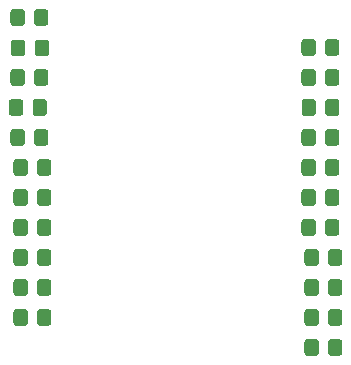
<source format=gbr>
G04 #@! TF.GenerationSoftware,KiCad,Pcbnew,5.1.5+dfsg1-2build2*
G04 #@! TF.CreationDate,2023-01-08T20:57:23+00:00*
G04 #@! TF.ProjectId,rom-reader,726f6d2d-7265-4616-9465-722e6b696361,rev?*
G04 #@! TF.SameCoordinates,Original*
G04 #@! TF.FileFunction,Paste,Top*
G04 #@! TF.FilePolarity,Positive*
%FSLAX46Y46*%
G04 Gerber Fmt 4.6, Leading zero omitted, Abs format (unit mm)*
G04 Created by KiCad (PCBNEW 5.1.5+dfsg1-2build2) date 2023-01-08 20:57:23*
%MOMM*%
%LPD*%
G04 APERTURE LIST*
%ADD10C,0.100000*%
G04 APERTURE END LIST*
D10*
G36*
X34426505Y-22415204D02*
G01*
X34450773Y-22418804D01*
X34474572Y-22424765D01*
X34497671Y-22433030D01*
X34519850Y-22443520D01*
X34540893Y-22456132D01*
X34560599Y-22470747D01*
X34578777Y-22487223D01*
X34595253Y-22505401D01*
X34609868Y-22525107D01*
X34622480Y-22546150D01*
X34632970Y-22568329D01*
X34641235Y-22591428D01*
X34647196Y-22615227D01*
X34650796Y-22639495D01*
X34652000Y-22663999D01*
X34652000Y-23564001D01*
X34650796Y-23588505D01*
X34647196Y-23612773D01*
X34641235Y-23636572D01*
X34632970Y-23659671D01*
X34622480Y-23681850D01*
X34609868Y-23702893D01*
X34595253Y-23722599D01*
X34578777Y-23740777D01*
X34560599Y-23757253D01*
X34540893Y-23771868D01*
X34519850Y-23784480D01*
X34497671Y-23794970D01*
X34474572Y-23803235D01*
X34450773Y-23809196D01*
X34426505Y-23812796D01*
X34402001Y-23814000D01*
X33701999Y-23814000D01*
X33677495Y-23812796D01*
X33653227Y-23809196D01*
X33629428Y-23803235D01*
X33606329Y-23794970D01*
X33584150Y-23784480D01*
X33563107Y-23771868D01*
X33543401Y-23757253D01*
X33525223Y-23740777D01*
X33508747Y-23722599D01*
X33494132Y-23702893D01*
X33481520Y-23681850D01*
X33471030Y-23659671D01*
X33462765Y-23636572D01*
X33456804Y-23612773D01*
X33453204Y-23588505D01*
X33452000Y-23564001D01*
X33452000Y-22663999D01*
X33453204Y-22639495D01*
X33456804Y-22615227D01*
X33462765Y-22591428D01*
X33471030Y-22568329D01*
X33481520Y-22546150D01*
X33494132Y-22525107D01*
X33508747Y-22505401D01*
X33525223Y-22487223D01*
X33543401Y-22470747D01*
X33563107Y-22456132D01*
X33584150Y-22443520D01*
X33606329Y-22433030D01*
X33629428Y-22424765D01*
X33653227Y-22418804D01*
X33677495Y-22415204D01*
X33701999Y-22414000D01*
X34402001Y-22414000D01*
X34426505Y-22415204D01*
G37*
G36*
X36426505Y-22415204D02*
G01*
X36450773Y-22418804D01*
X36474572Y-22424765D01*
X36497671Y-22433030D01*
X36519850Y-22443520D01*
X36540893Y-22456132D01*
X36560599Y-22470747D01*
X36578777Y-22487223D01*
X36595253Y-22505401D01*
X36609868Y-22525107D01*
X36622480Y-22546150D01*
X36632970Y-22568329D01*
X36641235Y-22591428D01*
X36647196Y-22615227D01*
X36650796Y-22639495D01*
X36652000Y-22663999D01*
X36652000Y-23564001D01*
X36650796Y-23588505D01*
X36647196Y-23612773D01*
X36641235Y-23636572D01*
X36632970Y-23659671D01*
X36622480Y-23681850D01*
X36609868Y-23702893D01*
X36595253Y-23722599D01*
X36578777Y-23740777D01*
X36560599Y-23757253D01*
X36540893Y-23771868D01*
X36519850Y-23784480D01*
X36497671Y-23794970D01*
X36474572Y-23803235D01*
X36450773Y-23809196D01*
X36426505Y-23812796D01*
X36402001Y-23814000D01*
X35701999Y-23814000D01*
X35677495Y-23812796D01*
X35653227Y-23809196D01*
X35629428Y-23803235D01*
X35606329Y-23794970D01*
X35584150Y-23784480D01*
X35563107Y-23771868D01*
X35543401Y-23757253D01*
X35525223Y-23740777D01*
X35508747Y-23722599D01*
X35494132Y-23702893D01*
X35481520Y-23681850D01*
X35471030Y-23659671D01*
X35462765Y-23636572D01*
X35456804Y-23612773D01*
X35453204Y-23588505D01*
X35452000Y-23564001D01*
X35452000Y-22663999D01*
X35453204Y-22639495D01*
X35456804Y-22615227D01*
X35462765Y-22591428D01*
X35471030Y-22568329D01*
X35481520Y-22546150D01*
X35494132Y-22525107D01*
X35508747Y-22505401D01*
X35525223Y-22487223D01*
X35543401Y-22470747D01*
X35563107Y-22456132D01*
X35584150Y-22443520D01*
X35606329Y-22433030D01*
X35629428Y-22424765D01*
X35653227Y-22418804D01*
X35677495Y-22415204D01*
X35701999Y-22414000D01*
X36402001Y-22414000D01*
X36426505Y-22415204D01*
G37*
G36*
X34426505Y-19875204D02*
G01*
X34450773Y-19878804D01*
X34474572Y-19884765D01*
X34497671Y-19893030D01*
X34519850Y-19903520D01*
X34540893Y-19916132D01*
X34560599Y-19930747D01*
X34578777Y-19947223D01*
X34595253Y-19965401D01*
X34609868Y-19985107D01*
X34622480Y-20006150D01*
X34632970Y-20028329D01*
X34641235Y-20051428D01*
X34647196Y-20075227D01*
X34650796Y-20099495D01*
X34652000Y-20123999D01*
X34652000Y-21024001D01*
X34650796Y-21048505D01*
X34647196Y-21072773D01*
X34641235Y-21096572D01*
X34632970Y-21119671D01*
X34622480Y-21141850D01*
X34609868Y-21162893D01*
X34595253Y-21182599D01*
X34578777Y-21200777D01*
X34560599Y-21217253D01*
X34540893Y-21231868D01*
X34519850Y-21244480D01*
X34497671Y-21254970D01*
X34474572Y-21263235D01*
X34450773Y-21269196D01*
X34426505Y-21272796D01*
X34402001Y-21274000D01*
X33701999Y-21274000D01*
X33677495Y-21272796D01*
X33653227Y-21269196D01*
X33629428Y-21263235D01*
X33606329Y-21254970D01*
X33584150Y-21244480D01*
X33563107Y-21231868D01*
X33543401Y-21217253D01*
X33525223Y-21200777D01*
X33508747Y-21182599D01*
X33494132Y-21162893D01*
X33481520Y-21141850D01*
X33471030Y-21119671D01*
X33462765Y-21096572D01*
X33456804Y-21072773D01*
X33453204Y-21048505D01*
X33452000Y-21024001D01*
X33452000Y-20123999D01*
X33453204Y-20099495D01*
X33456804Y-20075227D01*
X33462765Y-20051428D01*
X33471030Y-20028329D01*
X33481520Y-20006150D01*
X33494132Y-19985107D01*
X33508747Y-19965401D01*
X33525223Y-19947223D01*
X33543401Y-19930747D01*
X33563107Y-19916132D01*
X33584150Y-19903520D01*
X33606329Y-19893030D01*
X33629428Y-19884765D01*
X33653227Y-19878804D01*
X33677495Y-19875204D01*
X33701999Y-19874000D01*
X34402001Y-19874000D01*
X34426505Y-19875204D01*
G37*
G36*
X36426505Y-19875204D02*
G01*
X36450773Y-19878804D01*
X36474572Y-19884765D01*
X36497671Y-19893030D01*
X36519850Y-19903520D01*
X36540893Y-19916132D01*
X36560599Y-19930747D01*
X36578777Y-19947223D01*
X36595253Y-19965401D01*
X36609868Y-19985107D01*
X36622480Y-20006150D01*
X36632970Y-20028329D01*
X36641235Y-20051428D01*
X36647196Y-20075227D01*
X36650796Y-20099495D01*
X36652000Y-20123999D01*
X36652000Y-21024001D01*
X36650796Y-21048505D01*
X36647196Y-21072773D01*
X36641235Y-21096572D01*
X36632970Y-21119671D01*
X36622480Y-21141850D01*
X36609868Y-21162893D01*
X36595253Y-21182599D01*
X36578777Y-21200777D01*
X36560599Y-21217253D01*
X36540893Y-21231868D01*
X36519850Y-21244480D01*
X36497671Y-21254970D01*
X36474572Y-21263235D01*
X36450773Y-21269196D01*
X36426505Y-21272796D01*
X36402001Y-21274000D01*
X35701999Y-21274000D01*
X35677495Y-21272796D01*
X35653227Y-21269196D01*
X35629428Y-21263235D01*
X35606329Y-21254970D01*
X35584150Y-21244480D01*
X35563107Y-21231868D01*
X35543401Y-21217253D01*
X35525223Y-21200777D01*
X35508747Y-21182599D01*
X35494132Y-21162893D01*
X35481520Y-21141850D01*
X35471030Y-21119671D01*
X35462765Y-21096572D01*
X35456804Y-21072773D01*
X35453204Y-21048505D01*
X35452000Y-21024001D01*
X35452000Y-20123999D01*
X35453204Y-20099495D01*
X35456804Y-20075227D01*
X35462765Y-20051428D01*
X35471030Y-20028329D01*
X35481520Y-20006150D01*
X35494132Y-19985107D01*
X35508747Y-19965401D01*
X35525223Y-19947223D01*
X35543401Y-19930747D01*
X35563107Y-19916132D01*
X35584150Y-19903520D01*
X35606329Y-19893030D01*
X35629428Y-19884765D01*
X35653227Y-19878804D01*
X35677495Y-19875204D01*
X35701999Y-19874000D01*
X36402001Y-19874000D01*
X36426505Y-19875204D01*
G37*
G36*
X34426505Y-17335204D02*
G01*
X34450773Y-17338804D01*
X34474572Y-17344765D01*
X34497671Y-17353030D01*
X34519850Y-17363520D01*
X34540893Y-17376132D01*
X34560599Y-17390747D01*
X34578777Y-17407223D01*
X34595253Y-17425401D01*
X34609868Y-17445107D01*
X34622480Y-17466150D01*
X34632970Y-17488329D01*
X34641235Y-17511428D01*
X34647196Y-17535227D01*
X34650796Y-17559495D01*
X34652000Y-17583999D01*
X34652000Y-18484001D01*
X34650796Y-18508505D01*
X34647196Y-18532773D01*
X34641235Y-18556572D01*
X34632970Y-18579671D01*
X34622480Y-18601850D01*
X34609868Y-18622893D01*
X34595253Y-18642599D01*
X34578777Y-18660777D01*
X34560599Y-18677253D01*
X34540893Y-18691868D01*
X34519850Y-18704480D01*
X34497671Y-18714970D01*
X34474572Y-18723235D01*
X34450773Y-18729196D01*
X34426505Y-18732796D01*
X34402001Y-18734000D01*
X33701999Y-18734000D01*
X33677495Y-18732796D01*
X33653227Y-18729196D01*
X33629428Y-18723235D01*
X33606329Y-18714970D01*
X33584150Y-18704480D01*
X33563107Y-18691868D01*
X33543401Y-18677253D01*
X33525223Y-18660777D01*
X33508747Y-18642599D01*
X33494132Y-18622893D01*
X33481520Y-18601850D01*
X33471030Y-18579671D01*
X33462765Y-18556572D01*
X33456804Y-18532773D01*
X33453204Y-18508505D01*
X33452000Y-18484001D01*
X33452000Y-17583999D01*
X33453204Y-17559495D01*
X33456804Y-17535227D01*
X33462765Y-17511428D01*
X33471030Y-17488329D01*
X33481520Y-17466150D01*
X33494132Y-17445107D01*
X33508747Y-17425401D01*
X33525223Y-17407223D01*
X33543401Y-17390747D01*
X33563107Y-17376132D01*
X33584150Y-17363520D01*
X33606329Y-17353030D01*
X33629428Y-17344765D01*
X33653227Y-17338804D01*
X33677495Y-17335204D01*
X33701999Y-17334000D01*
X34402001Y-17334000D01*
X34426505Y-17335204D01*
G37*
G36*
X36426505Y-17335204D02*
G01*
X36450773Y-17338804D01*
X36474572Y-17344765D01*
X36497671Y-17353030D01*
X36519850Y-17363520D01*
X36540893Y-17376132D01*
X36560599Y-17390747D01*
X36578777Y-17407223D01*
X36595253Y-17425401D01*
X36609868Y-17445107D01*
X36622480Y-17466150D01*
X36632970Y-17488329D01*
X36641235Y-17511428D01*
X36647196Y-17535227D01*
X36650796Y-17559495D01*
X36652000Y-17583999D01*
X36652000Y-18484001D01*
X36650796Y-18508505D01*
X36647196Y-18532773D01*
X36641235Y-18556572D01*
X36632970Y-18579671D01*
X36622480Y-18601850D01*
X36609868Y-18622893D01*
X36595253Y-18642599D01*
X36578777Y-18660777D01*
X36560599Y-18677253D01*
X36540893Y-18691868D01*
X36519850Y-18704480D01*
X36497671Y-18714970D01*
X36474572Y-18723235D01*
X36450773Y-18729196D01*
X36426505Y-18732796D01*
X36402001Y-18734000D01*
X35701999Y-18734000D01*
X35677495Y-18732796D01*
X35653227Y-18729196D01*
X35629428Y-18723235D01*
X35606329Y-18714970D01*
X35584150Y-18704480D01*
X35563107Y-18691868D01*
X35543401Y-18677253D01*
X35525223Y-18660777D01*
X35508747Y-18642599D01*
X35494132Y-18622893D01*
X35481520Y-18601850D01*
X35471030Y-18579671D01*
X35462765Y-18556572D01*
X35456804Y-18532773D01*
X35453204Y-18508505D01*
X35452000Y-18484001D01*
X35452000Y-17583999D01*
X35453204Y-17559495D01*
X35456804Y-17535227D01*
X35462765Y-17511428D01*
X35471030Y-17488329D01*
X35481520Y-17466150D01*
X35494132Y-17445107D01*
X35508747Y-17425401D01*
X35525223Y-17407223D01*
X35543401Y-17390747D01*
X35563107Y-17376132D01*
X35584150Y-17363520D01*
X35606329Y-17353030D01*
X35629428Y-17344765D01*
X35653227Y-17338804D01*
X35677495Y-17335204D01*
X35701999Y-17334000D01*
X36402001Y-17334000D01*
X36426505Y-17335204D01*
G37*
G36*
X34426505Y-14795204D02*
G01*
X34450773Y-14798804D01*
X34474572Y-14804765D01*
X34497671Y-14813030D01*
X34519850Y-14823520D01*
X34540893Y-14836132D01*
X34560599Y-14850747D01*
X34578777Y-14867223D01*
X34595253Y-14885401D01*
X34609868Y-14905107D01*
X34622480Y-14926150D01*
X34632970Y-14948329D01*
X34641235Y-14971428D01*
X34647196Y-14995227D01*
X34650796Y-15019495D01*
X34652000Y-15043999D01*
X34652000Y-15944001D01*
X34650796Y-15968505D01*
X34647196Y-15992773D01*
X34641235Y-16016572D01*
X34632970Y-16039671D01*
X34622480Y-16061850D01*
X34609868Y-16082893D01*
X34595253Y-16102599D01*
X34578777Y-16120777D01*
X34560599Y-16137253D01*
X34540893Y-16151868D01*
X34519850Y-16164480D01*
X34497671Y-16174970D01*
X34474572Y-16183235D01*
X34450773Y-16189196D01*
X34426505Y-16192796D01*
X34402001Y-16194000D01*
X33701999Y-16194000D01*
X33677495Y-16192796D01*
X33653227Y-16189196D01*
X33629428Y-16183235D01*
X33606329Y-16174970D01*
X33584150Y-16164480D01*
X33563107Y-16151868D01*
X33543401Y-16137253D01*
X33525223Y-16120777D01*
X33508747Y-16102599D01*
X33494132Y-16082893D01*
X33481520Y-16061850D01*
X33471030Y-16039671D01*
X33462765Y-16016572D01*
X33456804Y-15992773D01*
X33453204Y-15968505D01*
X33452000Y-15944001D01*
X33452000Y-15043999D01*
X33453204Y-15019495D01*
X33456804Y-14995227D01*
X33462765Y-14971428D01*
X33471030Y-14948329D01*
X33481520Y-14926150D01*
X33494132Y-14905107D01*
X33508747Y-14885401D01*
X33525223Y-14867223D01*
X33543401Y-14850747D01*
X33563107Y-14836132D01*
X33584150Y-14823520D01*
X33606329Y-14813030D01*
X33629428Y-14804765D01*
X33653227Y-14798804D01*
X33677495Y-14795204D01*
X33701999Y-14794000D01*
X34402001Y-14794000D01*
X34426505Y-14795204D01*
G37*
G36*
X36426505Y-14795204D02*
G01*
X36450773Y-14798804D01*
X36474572Y-14804765D01*
X36497671Y-14813030D01*
X36519850Y-14823520D01*
X36540893Y-14836132D01*
X36560599Y-14850747D01*
X36578777Y-14867223D01*
X36595253Y-14885401D01*
X36609868Y-14905107D01*
X36622480Y-14926150D01*
X36632970Y-14948329D01*
X36641235Y-14971428D01*
X36647196Y-14995227D01*
X36650796Y-15019495D01*
X36652000Y-15043999D01*
X36652000Y-15944001D01*
X36650796Y-15968505D01*
X36647196Y-15992773D01*
X36641235Y-16016572D01*
X36632970Y-16039671D01*
X36622480Y-16061850D01*
X36609868Y-16082893D01*
X36595253Y-16102599D01*
X36578777Y-16120777D01*
X36560599Y-16137253D01*
X36540893Y-16151868D01*
X36519850Y-16164480D01*
X36497671Y-16174970D01*
X36474572Y-16183235D01*
X36450773Y-16189196D01*
X36426505Y-16192796D01*
X36402001Y-16194000D01*
X35701999Y-16194000D01*
X35677495Y-16192796D01*
X35653227Y-16189196D01*
X35629428Y-16183235D01*
X35606329Y-16174970D01*
X35584150Y-16164480D01*
X35563107Y-16151868D01*
X35543401Y-16137253D01*
X35525223Y-16120777D01*
X35508747Y-16102599D01*
X35494132Y-16082893D01*
X35481520Y-16061850D01*
X35471030Y-16039671D01*
X35462765Y-16016572D01*
X35456804Y-15992773D01*
X35453204Y-15968505D01*
X35452000Y-15944001D01*
X35452000Y-15043999D01*
X35453204Y-15019495D01*
X35456804Y-14995227D01*
X35462765Y-14971428D01*
X35471030Y-14948329D01*
X35481520Y-14926150D01*
X35494132Y-14905107D01*
X35508747Y-14885401D01*
X35525223Y-14867223D01*
X35543401Y-14850747D01*
X35563107Y-14836132D01*
X35584150Y-14823520D01*
X35606329Y-14813030D01*
X35629428Y-14804765D01*
X35653227Y-14798804D01*
X35677495Y-14795204D01*
X35701999Y-14794000D01*
X36402001Y-14794000D01*
X36426505Y-14795204D01*
G37*
G36*
X34172505Y-12255204D02*
G01*
X34196773Y-12258804D01*
X34220572Y-12264765D01*
X34243671Y-12273030D01*
X34265850Y-12283520D01*
X34286893Y-12296132D01*
X34306599Y-12310747D01*
X34324777Y-12327223D01*
X34341253Y-12345401D01*
X34355868Y-12365107D01*
X34368480Y-12386150D01*
X34378970Y-12408329D01*
X34387235Y-12431428D01*
X34393196Y-12455227D01*
X34396796Y-12479495D01*
X34398000Y-12503999D01*
X34398000Y-13404001D01*
X34396796Y-13428505D01*
X34393196Y-13452773D01*
X34387235Y-13476572D01*
X34378970Y-13499671D01*
X34368480Y-13521850D01*
X34355868Y-13542893D01*
X34341253Y-13562599D01*
X34324777Y-13580777D01*
X34306599Y-13597253D01*
X34286893Y-13611868D01*
X34265850Y-13624480D01*
X34243671Y-13634970D01*
X34220572Y-13643235D01*
X34196773Y-13649196D01*
X34172505Y-13652796D01*
X34148001Y-13654000D01*
X33447999Y-13654000D01*
X33423495Y-13652796D01*
X33399227Y-13649196D01*
X33375428Y-13643235D01*
X33352329Y-13634970D01*
X33330150Y-13624480D01*
X33309107Y-13611868D01*
X33289401Y-13597253D01*
X33271223Y-13580777D01*
X33254747Y-13562599D01*
X33240132Y-13542893D01*
X33227520Y-13521850D01*
X33217030Y-13499671D01*
X33208765Y-13476572D01*
X33202804Y-13452773D01*
X33199204Y-13428505D01*
X33198000Y-13404001D01*
X33198000Y-12503999D01*
X33199204Y-12479495D01*
X33202804Y-12455227D01*
X33208765Y-12431428D01*
X33217030Y-12408329D01*
X33227520Y-12386150D01*
X33240132Y-12365107D01*
X33254747Y-12345401D01*
X33271223Y-12327223D01*
X33289401Y-12310747D01*
X33309107Y-12296132D01*
X33330150Y-12283520D01*
X33352329Y-12273030D01*
X33375428Y-12264765D01*
X33399227Y-12258804D01*
X33423495Y-12255204D01*
X33447999Y-12254000D01*
X34148001Y-12254000D01*
X34172505Y-12255204D01*
G37*
G36*
X36172505Y-12255204D02*
G01*
X36196773Y-12258804D01*
X36220572Y-12264765D01*
X36243671Y-12273030D01*
X36265850Y-12283520D01*
X36286893Y-12296132D01*
X36306599Y-12310747D01*
X36324777Y-12327223D01*
X36341253Y-12345401D01*
X36355868Y-12365107D01*
X36368480Y-12386150D01*
X36378970Y-12408329D01*
X36387235Y-12431428D01*
X36393196Y-12455227D01*
X36396796Y-12479495D01*
X36398000Y-12503999D01*
X36398000Y-13404001D01*
X36396796Y-13428505D01*
X36393196Y-13452773D01*
X36387235Y-13476572D01*
X36378970Y-13499671D01*
X36368480Y-13521850D01*
X36355868Y-13542893D01*
X36341253Y-13562599D01*
X36324777Y-13580777D01*
X36306599Y-13597253D01*
X36286893Y-13611868D01*
X36265850Y-13624480D01*
X36243671Y-13634970D01*
X36220572Y-13643235D01*
X36196773Y-13649196D01*
X36172505Y-13652796D01*
X36148001Y-13654000D01*
X35447999Y-13654000D01*
X35423495Y-13652796D01*
X35399227Y-13649196D01*
X35375428Y-13643235D01*
X35352329Y-13634970D01*
X35330150Y-13624480D01*
X35309107Y-13611868D01*
X35289401Y-13597253D01*
X35271223Y-13580777D01*
X35254747Y-13562599D01*
X35240132Y-13542893D01*
X35227520Y-13521850D01*
X35217030Y-13499671D01*
X35208765Y-13476572D01*
X35202804Y-13452773D01*
X35199204Y-13428505D01*
X35198000Y-13404001D01*
X35198000Y-12503999D01*
X35199204Y-12479495D01*
X35202804Y-12455227D01*
X35208765Y-12431428D01*
X35217030Y-12408329D01*
X35227520Y-12386150D01*
X35240132Y-12365107D01*
X35254747Y-12345401D01*
X35271223Y-12327223D01*
X35289401Y-12310747D01*
X35309107Y-12296132D01*
X35330150Y-12283520D01*
X35352329Y-12273030D01*
X35375428Y-12264765D01*
X35399227Y-12258804D01*
X35423495Y-12255204D01*
X35447999Y-12254000D01*
X36148001Y-12254000D01*
X36172505Y-12255204D01*
G37*
G36*
X34172505Y-9715204D02*
G01*
X34196773Y-9718804D01*
X34220572Y-9724765D01*
X34243671Y-9733030D01*
X34265850Y-9743520D01*
X34286893Y-9756132D01*
X34306599Y-9770747D01*
X34324777Y-9787223D01*
X34341253Y-9805401D01*
X34355868Y-9825107D01*
X34368480Y-9846150D01*
X34378970Y-9868329D01*
X34387235Y-9891428D01*
X34393196Y-9915227D01*
X34396796Y-9939495D01*
X34398000Y-9963999D01*
X34398000Y-10864001D01*
X34396796Y-10888505D01*
X34393196Y-10912773D01*
X34387235Y-10936572D01*
X34378970Y-10959671D01*
X34368480Y-10981850D01*
X34355868Y-11002893D01*
X34341253Y-11022599D01*
X34324777Y-11040777D01*
X34306599Y-11057253D01*
X34286893Y-11071868D01*
X34265850Y-11084480D01*
X34243671Y-11094970D01*
X34220572Y-11103235D01*
X34196773Y-11109196D01*
X34172505Y-11112796D01*
X34148001Y-11114000D01*
X33447999Y-11114000D01*
X33423495Y-11112796D01*
X33399227Y-11109196D01*
X33375428Y-11103235D01*
X33352329Y-11094970D01*
X33330150Y-11084480D01*
X33309107Y-11071868D01*
X33289401Y-11057253D01*
X33271223Y-11040777D01*
X33254747Y-11022599D01*
X33240132Y-11002893D01*
X33227520Y-10981850D01*
X33217030Y-10959671D01*
X33208765Y-10936572D01*
X33202804Y-10912773D01*
X33199204Y-10888505D01*
X33198000Y-10864001D01*
X33198000Y-9963999D01*
X33199204Y-9939495D01*
X33202804Y-9915227D01*
X33208765Y-9891428D01*
X33217030Y-9868329D01*
X33227520Y-9846150D01*
X33240132Y-9825107D01*
X33254747Y-9805401D01*
X33271223Y-9787223D01*
X33289401Y-9770747D01*
X33309107Y-9756132D01*
X33330150Y-9743520D01*
X33352329Y-9733030D01*
X33375428Y-9724765D01*
X33399227Y-9718804D01*
X33423495Y-9715204D01*
X33447999Y-9714000D01*
X34148001Y-9714000D01*
X34172505Y-9715204D01*
G37*
G36*
X36172505Y-9715204D02*
G01*
X36196773Y-9718804D01*
X36220572Y-9724765D01*
X36243671Y-9733030D01*
X36265850Y-9743520D01*
X36286893Y-9756132D01*
X36306599Y-9770747D01*
X36324777Y-9787223D01*
X36341253Y-9805401D01*
X36355868Y-9825107D01*
X36368480Y-9846150D01*
X36378970Y-9868329D01*
X36387235Y-9891428D01*
X36393196Y-9915227D01*
X36396796Y-9939495D01*
X36398000Y-9963999D01*
X36398000Y-10864001D01*
X36396796Y-10888505D01*
X36393196Y-10912773D01*
X36387235Y-10936572D01*
X36378970Y-10959671D01*
X36368480Y-10981850D01*
X36355868Y-11002893D01*
X36341253Y-11022599D01*
X36324777Y-11040777D01*
X36306599Y-11057253D01*
X36286893Y-11071868D01*
X36265850Y-11084480D01*
X36243671Y-11094970D01*
X36220572Y-11103235D01*
X36196773Y-11109196D01*
X36172505Y-11112796D01*
X36148001Y-11114000D01*
X35447999Y-11114000D01*
X35423495Y-11112796D01*
X35399227Y-11109196D01*
X35375428Y-11103235D01*
X35352329Y-11094970D01*
X35330150Y-11084480D01*
X35309107Y-11071868D01*
X35289401Y-11057253D01*
X35271223Y-11040777D01*
X35254747Y-11022599D01*
X35240132Y-11002893D01*
X35227520Y-10981850D01*
X35217030Y-10959671D01*
X35208765Y-10936572D01*
X35202804Y-10912773D01*
X35199204Y-10888505D01*
X35198000Y-10864001D01*
X35198000Y-9963999D01*
X35199204Y-9939495D01*
X35202804Y-9915227D01*
X35208765Y-9891428D01*
X35217030Y-9868329D01*
X35227520Y-9846150D01*
X35240132Y-9825107D01*
X35254747Y-9805401D01*
X35271223Y-9787223D01*
X35289401Y-9770747D01*
X35309107Y-9756132D01*
X35330150Y-9743520D01*
X35352329Y-9733030D01*
X35375428Y-9724765D01*
X35399227Y-9718804D01*
X35423495Y-9715204D01*
X35447999Y-9714000D01*
X36148001Y-9714000D01*
X36172505Y-9715204D01*
G37*
G36*
X34172505Y-7175204D02*
G01*
X34196773Y-7178804D01*
X34220572Y-7184765D01*
X34243671Y-7193030D01*
X34265850Y-7203520D01*
X34286893Y-7216132D01*
X34306599Y-7230747D01*
X34324777Y-7247223D01*
X34341253Y-7265401D01*
X34355868Y-7285107D01*
X34368480Y-7306150D01*
X34378970Y-7328329D01*
X34387235Y-7351428D01*
X34393196Y-7375227D01*
X34396796Y-7399495D01*
X34398000Y-7423999D01*
X34398000Y-8324001D01*
X34396796Y-8348505D01*
X34393196Y-8372773D01*
X34387235Y-8396572D01*
X34378970Y-8419671D01*
X34368480Y-8441850D01*
X34355868Y-8462893D01*
X34341253Y-8482599D01*
X34324777Y-8500777D01*
X34306599Y-8517253D01*
X34286893Y-8531868D01*
X34265850Y-8544480D01*
X34243671Y-8554970D01*
X34220572Y-8563235D01*
X34196773Y-8569196D01*
X34172505Y-8572796D01*
X34148001Y-8574000D01*
X33447999Y-8574000D01*
X33423495Y-8572796D01*
X33399227Y-8569196D01*
X33375428Y-8563235D01*
X33352329Y-8554970D01*
X33330150Y-8544480D01*
X33309107Y-8531868D01*
X33289401Y-8517253D01*
X33271223Y-8500777D01*
X33254747Y-8482599D01*
X33240132Y-8462893D01*
X33227520Y-8441850D01*
X33217030Y-8419671D01*
X33208765Y-8396572D01*
X33202804Y-8372773D01*
X33199204Y-8348505D01*
X33198000Y-8324001D01*
X33198000Y-7423999D01*
X33199204Y-7399495D01*
X33202804Y-7375227D01*
X33208765Y-7351428D01*
X33217030Y-7328329D01*
X33227520Y-7306150D01*
X33240132Y-7285107D01*
X33254747Y-7265401D01*
X33271223Y-7247223D01*
X33289401Y-7230747D01*
X33309107Y-7216132D01*
X33330150Y-7203520D01*
X33352329Y-7193030D01*
X33375428Y-7184765D01*
X33399227Y-7178804D01*
X33423495Y-7175204D01*
X33447999Y-7174000D01*
X34148001Y-7174000D01*
X34172505Y-7175204D01*
G37*
G36*
X36172505Y-7175204D02*
G01*
X36196773Y-7178804D01*
X36220572Y-7184765D01*
X36243671Y-7193030D01*
X36265850Y-7203520D01*
X36286893Y-7216132D01*
X36306599Y-7230747D01*
X36324777Y-7247223D01*
X36341253Y-7265401D01*
X36355868Y-7285107D01*
X36368480Y-7306150D01*
X36378970Y-7328329D01*
X36387235Y-7351428D01*
X36393196Y-7375227D01*
X36396796Y-7399495D01*
X36398000Y-7423999D01*
X36398000Y-8324001D01*
X36396796Y-8348505D01*
X36393196Y-8372773D01*
X36387235Y-8396572D01*
X36378970Y-8419671D01*
X36368480Y-8441850D01*
X36355868Y-8462893D01*
X36341253Y-8482599D01*
X36324777Y-8500777D01*
X36306599Y-8517253D01*
X36286893Y-8531868D01*
X36265850Y-8544480D01*
X36243671Y-8554970D01*
X36220572Y-8563235D01*
X36196773Y-8569196D01*
X36172505Y-8572796D01*
X36148001Y-8574000D01*
X35447999Y-8574000D01*
X35423495Y-8572796D01*
X35399227Y-8569196D01*
X35375428Y-8563235D01*
X35352329Y-8554970D01*
X35330150Y-8544480D01*
X35309107Y-8531868D01*
X35289401Y-8517253D01*
X35271223Y-8500777D01*
X35254747Y-8482599D01*
X35240132Y-8462893D01*
X35227520Y-8441850D01*
X35217030Y-8419671D01*
X35208765Y-8396572D01*
X35202804Y-8372773D01*
X35199204Y-8348505D01*
X35198000Y-8324001D01*
X35198000Y-7423999D01*
X35199204Y-7399495D01*
X35202804Y-7375227D01*
X35208765Y-7351428D01*
X35217030Y-7328329D01*
X35227520Y-7306150D01*
X35240132Y-7285107D01*
X35254747Y-7265401D01*
X35271223Y-7247223D01*
X35289401Y-7230747D01*
X35309107Y-7216132D01*
X35330150Y-7203520D01*
X35352329Y-7193030D01*
X35375428Y-7184765D01*
X35399227Y-7178804D01*
X35423495Y-7175204D01*
X35447999Y-7174000D01*
X36148001Y-7174000D01*
X36172505Y-7175204D01*
G37*
G36*
X34172505Y-4635204D02*
G01*
X34196773Y-4638804D01*
X34220572Y-4644765D01*
X34243671Y-4653030D01*
X34265850Y-4663520D01*
X34286893Y-4676132D01*
X34306599Y-4690747D01*
X34324777Y-4707223D01*
X34341253Y-4725401D01*
X34355868Y-4745107D01*
X34368480Y-4766150D01*
X34378970Y-4788329D01*
X34387235Y-4811428D01*
X34393196Y-4835227D01*
X34396796Y-4859495D01*
X34398000Y-4883999D01*
X34398000Y-5784001D01*
X34396796Y-5808505D01*
X34393196Y-5832773D01*
X34387235Y-5856572D01*
X34378970Y-5879671D01*
X34368480Y-5901850D01*
X34355868Y-5922893D01*
X34341253Y-5942599D01*
X34324777Y-5960777D01*
X34306599Y-5977253D01*
X34286893Y-5991868D01*
X34265850Y-6004480D01*
X34243671Y-6014970D01*
X34220572Y-6023235D01*
X34196773Y-6029196D01*
X34172505Y-6032796D01*
X34148001Y-6034000D01*
X33447999Y-6034000D01*
X33423495Y-6032796D01*
X33399227Y-6029196D01*
X33375428Y-6023235D01*
X33352329Y-6014970D01*
X33330150Y-6004480D01*
X33309107Y-5991868D01*
X33289401Y-5977253D01*
X33271223Y-5960777D01*
X33254747Y-5942599D01*
X33240132Y-5922893D01*
X33227520Y-5901850D01*
X33217030Y-5879671D01*
X33208765Y-5856572D01*
X33202804Y-5832773D01*
X33199204Y-5808505D01*
X33198000Y-5784001D01*
X33198000Y-4883999D01*
X33199204Y-4859495D01*
X33202804Y-4835227D01*
X33208765Y-4811428D01*
X33217030Y-4788329D01*
X33227520Y-4766150D01*
X33240132Y-4745107D01*
X33254747Y-4725401D01*
X33271223Y-4707223D01*
X33289401Y-4690747D01*
X33309107Y-4676132D01*
X33330150Y-4663520D01*
X33352329Y-4653030D01*
X33375428Y-4644765D01*
X33399227Y-4638804D01*
X33423495Y-4635204D01*
X33447999Y-4634000D01*
X34148001Y-4634000D01*
X34172505Y-4635204D01*
G37*
G36*
X36172505Y-4635204D02*
G01*
X36196773Y-4638804D01*
X36220572Y-4644765D01*
X36243671Y-4653030D01*
X36265850Y-4663520D01*
X36286893Y-4676132D01*
X36306599Y-4690747D01*
X36324777Y-4707223D01*
X36341253Y-4725401D01*
X36355868Y-4745107D01*
X36368480Y-4766150D01*
X36378970Y-4788329D01*
X36387235Y-4811428D01*
X36393196Y-4835227D01*
X36396796Y-4859495D01*
X36398000Y-4883999D01*
X36398000Y-5784001D01*
X36396796Y-5808505D01*
X36393196Y-5832773D01*
X36387235Y-5856572D01*
X36378970Y-5879671D01*
X36368480Y-5901850D01*
X36355868Y-5922893D01*
X36341253Y-5942599D01*
X36324777Y-5960777D01*
X36306599Y-5977253D01*
X36286893Y-5991868D01*
X36265850Y-6004480D01*
X36243671Y-6014970D01*
X36220572Y-6023235D01*
X36196773Y-6029196D01*
X36172505Y-6032796D01*
X36148001Y-6034000D01*
X35447999Y-6034000D01*
X35423495Y-6032796D01*
X35399227Y-6029196D01*
X35375428Y-6023235D01*
X35352329Y-6014970D01*
X35330150Y-6004480D01*
X35309107Y-5991868D01*
X35289401Y-5977253D01*
X35271223Y-5960777D01*
X35254747Y-5942599D01*
X35240132Y-5922893D01*
X35227520Y-5901850D01*
X35217030Y-5879671D01*
X35208765Y-5856572D01*
X35202804Y-5832773D01*
X35199204Y-5808505D01*
X35198000Y-5784001D01*
X35198000Y-4883999D01*
X35199204Y-4859495D01*
X35202804Y-4835227D01*
X35208765Y-4811428D01*
X35217030Y-4788329D01*
X35227520Y-4766150D01*
X35240132Y-4745107D01*
X35254747Y-4725401D01*
X35271223Y-4707223D01*
X35289401Y-4690747D01*
X35309107Y-4676132D01*
X35330150Y-4663520D01*
X35352329Y-4653030D01*
X35375428Y-4644765D01*
X35399227Y-4638804D01*
X35423495Y-4635204D01*
X35447999Y-4634000D01*
X36148001Y-4634000D01*
X36172505Y-4635204D01*
G37*
G36*
X34188505Y-2095204D02*
G01*
X34212773Y-2098804D01*
X34236572Y-2104765D01*
X34259671Y-2113030D01*
X34281850Y-2123520D01*
X34302893Y-2136132D01*
X34322599Y-2150747D01*
X34340777Y-2167223D01*
X34357253Y-2185401D01*
X34371868Y-2205107D01*
X34384480Y-2226150D01*
X34394970Y-2248329D01*
X34403235Y-2271428D01*
X34409196Y-2295227D01*
X34412796Y-2319495D01*
X34414000Y-2343999D01*
X34414000Y-3244001D01*
X34412796Y-3268505D01*
X34409196Y-3292773D01*
X34403235Y-3316572D01*
X34394970Y-3339671D01*
X34384480Y-3361850D01*
X34371868Y-3382893D01*
X34357253Y-3402599D01*
X34340777Y-3420777D01*
X34322599Y-3437253D01*
X34302893Y-3451868D01*
X34281850Y-3464480D01*
X34259671Y-3474970D01*
X34236572Y-3483235D01*
X34212773Y-3489196D01*
X34188505Y-3492796D01*
X34164001Y-3494000D01*
X33463999Y-3494000D01*
X33439495Y-3492796D01*
X33415227Y-3489196D01*
X33391428Y-3483235D01*
X33368329Y-3474970D01*
X33346150Y-3464480D01*
X33325107Y-3451868D01*
X33305401Y-3437253D01*
X33287223Y-3420777D01*
X33270747Y-3402599D01*
X33256132Y-3382893D01*
X33243520Y-3361850D01*
X33233030Y-3339671D01*
X33224765Y-3316572D01*
X33218804Y-3292773D01*
X33215204Y-3268505D01*
X33214000Y-3244001D01*
X33214000Y-2343999D01*
X33215204Y-2319495D01*
X33218804Y-2295227D01*
X33224765Y-2271428D01*
X33233030Y-2248329D01*
X33243520Y-2226150D01*
X33256132Y-2205107D01*
X33270747Y-2185401D01*
X33287223Y-2167223D01*
X33305401Y-2150747D01*
X33325107Y-2136132D01*
X33346150Y-2123520D01*
X33368329Y-2113030D01*
X33391428Y-2104765D01*
X33415227Y-2098804D01*
X33439495Y-2095204D01*
X33463999Y-2094000D01*
X34164001Y-2094000D01*
X34188505Y-2095204D01*
G37*
G36*
X36188505Y-2095204D02*
G01*
X36212773Y-2098804D01*
X36236572Y-2104765D01*
X36259671Y-2113030D01*
X36281850Y-2123520D01*
X36302893Y-2136132D01*
X36322599Y-2150747D01*
X36340777Y-2167223D01*
X36357253Y-2185401D01*
X36371868Y-2205107D01*
X36384480Y-2226150D01*
X36394970Y-2248329D01*
X36403235Y-2271428D01*
X36409196Y-2295227D01*
X36412796Y-2319495D01*
X36414000Y-2343999D01*
X36414000Y-3244001D01*
X36412796Y-3268505D01*
X36409196Y-3292773D01*
X36403235Y-3316572D01*
X36394970Y-3339671D01*
X36384480Y-3361850D01*
X36371868Y-3382893D01*
X36357253Y-3402599D01*
X36340777Y-3420777D01*
X36322599Y-3437253D01*
X36302893Y-3451868D01*
X36281850Y-3464480D01*
X36259671Y-3474970D01*
X36236572Y-3483235D01*
X36212773Y-3489196D01*
X36188505Y-3492796D01*
X36164001Y-3494000D01*
X35463999Y-3494000D01*
X35439495Y-3492796D01*
X35415227Y-3489196D01*
X35391428Y-3483235D01*
X35368329Y-3474970D01*
X35346150Y-3464480D01*
X35325107Y-3451868D01*
X35305401Y-3437253D01*
X35287223Y-3420777D01*
X35270747Y-3402599D01*
X35256132Y-3382893D01*
X35243520Y-3361850D01*
X35233030Y-3339671D01*
X35224765Y-3316572D01*
X35218804Y-3292773D01*
X35215204Y-3268505D01*
X35214000Y-3244001D01*
X35214000Y-2343999D01*
X35215204Y-2319495D01*
X35218804Y-2295227D01*
X35224765Y-2271428D01*
X35233030Y-2248329D01*
X35243520Y-2226150D01*
X35256132Y-2205107D01*
X35270747Y-2185401D01*
X35287223Y-2167223D01*
X35305401Y-2150747D01*
X35325107Y-2136132D01*
X35346150Y-2123520D01*
X35368329Y-2113030D01*
X35391428Y-2104765D01*
X35415227Y-2098804D01*
X35439495Y-2095204D01*
X35463999Y-2094000D01*
X36164001Y-2094000D01*
X36188505Y-2095204D01*
G37*
G36*
X34172505Y444796D02*
G01*
X34196773Y441196D01*
X34220572Y435235D01*
X34243671Y426970D01*
X34265850Y416480D01*
X34286893Y403868D01*
X34306599Y389253D01*
X34324777Y372777D01*
X34341253Y354599D01*
X34355868Y334893D01*
X34368480Y313850D01*
X34378970Y291671D01*
X34387235Y268572D01*
X34393196Y244773D01*
X34396796Y220505D01*
X34398000Y196001D01*
X34398000Y-704001D01*
X34396796Y-728505D01*
X34393196Y-752773D01*
X34387235Y-776572D01*
X34378970Y-799671D01*
X34368480Y-821850D01*
X34355868Y-842893D01*
X34341253Y-862599D01*
X34324777Y-880777D01*
X34306599Y-897253D01*
X34286893Y-911868D01*
X34265850Y-924480D01*
X34243671Y-934970D01*
X34220572Y-943235D01*
X34196773Y-949196D01*
X34172505Y-952796D01*
X34148001Y-954000D01*
X33447999Y-954000D01*
X33423495Y-952796D01*
X33399227Y-949196D01*
X33375428Y-943235D01*
X33352329Y-934970D01*
X33330150Y-924480D01*
X33309107Y-911868D01*
X33289401Y-897253D01*
X33271223Y-880777D01*
X33254747Y-862599D01*
X33240132Y-842893D01*
X33227520Y-821850D01*
X33217030Y-799671D01*
X33208765Y-776572D01*
X33202804Y-752773D01*
X33199204Y-728505D01*
X33198000Y-704001D01*
X33198000Y196001D01*
X33199204Y220505D01*
X33202804Y244773D01*
X33208765Y268572D01*
X33217030Y291671D01*
X33227520Y313850D01*
X33240132Y334893D01*
X33254747Y354599D01*
X33271223Y372777D01*
X33289401Y389253D01*
X33309107Y403868D01*
X33330150Y416480D01*
X33352329Y426970D01*
X33375428Y435235D01*
X33399227Y441196D01*
X33423495Y444796D01*
X33447999Y446000D01*
X34148001Y446000D01*
X34172505Y444796D01*
G37*
G36*
X36172505Y444796D02*
G01*
X36196773Y441196D01*
X36220572Y435235D01*
X36243671Y426970D01*
X36265850Y416480D01*
X36286893Y403868D01*
X36306599Y389253D01*
X36324777Y372777D01*
X36341253Y354599D01*
X36355868Y334893D01*
X36368480Y313850D01*
X36378970Y291671D01*
X36387235Y268572D01*
X36393196Y244773D01*
X36396796Y220505D01*
X36398000Y196001D01*
X36398000Y-704001D01*
X36396796Y-728505D01*
X36393196Y-752773D01*
X36387235Y-776572D01*
X36378970Y-799671D01*
X36368480Y-821850D01*
X36355868Y-842893D01*
X36341253Y-862599D01*
X36324777Y-880777D01*
X36306599Y-897253D01*
X36286893Y-911868D01*
X36265850Y-924480D01*
X36243671Y-934970D01*
X36220572Y-943235D01*
X36196773Y-949196D01*
X36172505Y-952796D01*
X36148001Y-954000D01*
X35447999Y-954000D01*
X35423495Y-952796D01*
X35399227Y-949196D01*
X35375428Y-943235D01*
X35352329Y-934970D01*
X35330150Y-924480D01*
X35309107Y-911868D01*
X35289401Y-897253D01*
X35271223Y-880777D01*
X35254747Y-862599D01*
X35240132Y-842893D01*
X35227520Y-821850D01*
X35217030Y-799671D01*
X35208765Y-776572D01*
X35202804Y-752773D01*
X35199204Y-728505D01*
X35198000Y-704001D01*
X35198000Y196001D01*
X35199204Y220505D01*
X35202804Y244773D01*
X35208765Y268572D01*
X35217030Y291671D01*
X35227520Y313850D01*
X35240132Y334893D01*
X35254747Y354599D01*
X35271223Y372777D01*
X35289401Y389253D01*
X35309107Y403868D01*
X35330150Y416480D01*
X35352329Y426970D01*
X35375428Y435235D01*
X35399227Y441196D01*
X35423495Y444796D01*
X35447999Y446000D01*
X36148001Y446000D01*
X36172505Y444796D01*
G37*
G36*
X34172505Y2984796D02*
G01*
X34196773Y2981196D01*
X34220572Y2975235D01*
X34243671Y2966970D01*
X34265850Y2956480D01*
X34286893Y2943868D01*
X34306599Y2929253D01*
X34324777Y2912777D01*
X34341253Y2894599D01*
X34355868Y2874893D01*
X34368480Y2853850D01*
X34378970Y2831671D01*
X34387235Y2808572D01*
X34393196Y2784773D01*
X34396796Y2760505D01*
X34398000Y2736001D01*
X34398000Y1835999D01*
X34396796Y1811495D01*
X34393196Y1787227D01*
X34387235Y1763428D01*
X34378970Y1740329D01*
X34368480Y1718150D01*
X34355868Y1697107D01*
X34341253Y1677401D01*
X34324777Y1659223D01*
X34306599Y1642747D01*
X34286893Y1628132D01*
X34265850Y1615520D01*
X34243671Y1605030D01*
X34220572Y1596765D01*
X34196773Y1590804D01*
X34172505Y1587204D01*
X34148001Y1586000D01*
X33447999Y1586000D01*
X33423495Y1587204D01*
X33399227Y1590804D01*
X33375428Y1596765D01*
X33352329Y1605030D01*
X33330150Y1615520D01*
X33309107Y1628132D01*
X33289401Y1642747D01*
X33271223Y1659223D01*
X33254747Y1677401D01*
X33240132Y1697107D01*
X33227520Y1718150D01*
X33217030Y1740329D01*
X33208765Y1763428D01*
X33202804Y1787227D01*
X33199204Y1811495D01*
X33198000Y1835999D01*
X33198000Y2736001D01*
X33199204Y2760505D01*
X33202804Y2784773D01*
X33208765Y2808572D01*
X33217030Y2831671D01*
X33227520Y2853850D01*
X33240132Y2874893D01*
X33254747Y2894599D01*
X33271223Y2912777D01*
X33289401Y2929253D01*
X33309107Y2943868D01*
X33330150Y2956480D01*
X33352329Y2966970D01*
X33375428Y2975235D01*
X33399227Y2981196D01*
X33423495Y2984796D01*
X33447999Y2986000D01*
X34148001Y2986000D01*
X34172505Y2984796D01*
G37*
G36*
X36172505Y2984796D02*
G01*
X36196773Y2981196D01*
X36220572Y2975235D01*
X36243671Y2966970D01*
X36265850Y2956480D01*
X36286893Y2943868D01*
X36306599Y2929253D01*
X36324777Y2912777D01*
X36341253Y2894599D01*
X36355868Y2874893D01*
X36368480Y2853850D01*
X36378970Y2831671D01*
X36387235Y2808572D01*
X36393196Y2784773D01*
X36396796Y2760505D01*
X36398000Y2736001D01*
X36398000Y1835999D01*
X36396796Y1811495D01*
X36393196Y1787227D01*
X36387235Y1763428D01*
X36378970Y1740329D01*
X36368480Y1718150D01*
X36355868Y1697107D01*
X36341253Y1677401D01*
X36324777Y1659223D01*
X36306599Y1642747D01*
X36286893Y1628132D01*
X36265850Y1615520D01*
X36243671Y1605030D01*
X36220572Y1596765D01*
X36196773Y1590804D01*
X36172505Y1587204D01*
X36148001Y1586000D01*
X35447999Y1586000D01*
X35423495Y1587204D01*
X35399227Y1590804D01*
X35375428Y1596765D01*
X35352329Y1605030D01*
X35330150Y1615520D01*
X35309107Y1628132D01*
X35289401Y1642747D01*
X35271223Y1659223D01*
X35254747Y1677401D01*
X35240132Y1697107D01*
X35227520Y1718150D01*
X35217030Y1740329D01*
X35208765Y1763428D01*
X35202804Y1787227D01*
X35199204Y1811495D01*
X35198000Y1835999D01*
X35198000Y2736001D01*
X35199204Y2760505D01*
X35202804Y2784773D01*
X35208765Y2808572D01*
X35217030Y2831671D01*
X35227520Y2853850D01*
X35240132Y2874893D01*
X35254747Y2894599D01*
X35271223Y2912777D01*
X35289401Y2929253D01*
X35309107Y2943868D01*
X35330150Y2956480D01*
X35352329Y2966970D01*
X35375428Y2975235D01*
X35399227Y2981196D01*
X35423495Y2984796D01*
X35447999Y2986000D01*
X36148001Y2986000D01*
X36172505Y2984796D01*
G37*
G36*
X9788505Y-19875204D02*
G01*
X9812773Y-19878804D01*
X9836572Y-19884765D01*
X9859671Y-19893030D01*
X9881850Y-19903520D01*
X9902893Y-19916132D01*
X9922599Y-19930747D01*
X9940777Y-19947223D01*
X9957253Y-19965401D01*
X9971868Y-19985107D01*
X9984480Y-20006150D01*
X9994970Y-20028329D01*
X10003235Y-20051428D01*
X10009196Y-20075227D01*
X10012796Y-20099495D01*
X10014000Y-20123999D01*
X10014000Y-21024001D01*
X10012796Y-21048505D01*
X10009196Y-21072773D01*
X10003235Y-21096572D01*
X9994970Y-21119671D01*
X9984480Y-21141850D01*
X9971868Y-21162893D01*
X9957253Y-21182599D01*
X9940777Y-21200777D01*
X9922599Y-21217253D01*
X9902893Y-21231868D01*
X9881850Y-21244480D01*
X9859671Y-21254970D01*
X9836572Y-21263235D01*
X9812773Y-21269196D01*
X9788505Y-21272796D01*
X9764001Y-21274000D01*
X9063999Y-21274000D01*
X9039495Y-21272796D01*
X9015227Y-21269196D01*
X8991428Y-21263235D01*
X8968329Y-21254970D01*
X8946150Y-21244480D01*
X8925107Y-21231868D01*
X8905401Y-21217253D01*
X8887223Y-21200777D01*
X8870747Y-21182599D01*
X8856132Y-21162893D01*
X8843520Y-21141850D01*
X8833030Y-21119671D01*
X8824765Y-21096572D01*
X8818804Y-21072773D01*
X8815204Y-21048505D01*
X8814000Y-21024001D01*
X8814000Y-20123999D01*
X8815204Y-20099495D01*
X8818804Y-20075227D01*
X8824765Y-20051428D01*
X8833030Y-20028329D01*
X8843520Y-20006150D01*
X8856132Y-19985107D01*
X8870747Y-19965401D01*
X8887223Y-19947223D01*
X8905401Y-19930747D01*
X8925107Y-19916132D01*
X8946150Y-19903520D01*
X8968329Y-19893030D01*
X8991428Y-19884765D01*
X9015227Y-19878804D01*
X9039495Y-19875204D01*
X9063999Y-19874000D01*
X9764001Y-19874000D01*
X9788505Y-19875204D01*
G37*
G36*
X11788505Y-19875204D02*
G01*
X11812773Y-19878804D01*
X11836572Y-19884765D01*
X11859671Y-19893030D01*
X11881850Y-19903520D01*
X11902893Y-19916132D01*
X11922599Y-19930747D01*
X11940777Y-19947223D01*
X11957253Y-19965401D01*
X11971868Y-19985107D01*
X11984480Y-20006150D01*
X11994970Y-20028329D01*
X12003235Y-20051428D01*
X12009196Y-20075227D01*
X12012796Y-20099495D01*
X12014000Y-20123999D01*
X12014000Y-21024001D01*
X12012796Y-21048505D01*
X12009196Y-21072773D01*
X12003235Y-21096572D01*
X11994970Y-21119671D01*
X11984480Y-21141850D01*
X11971868Y-21162893D01*
X11957253Y-21182599D01*
X11940777Y-21200777D01*
X11922599Y-21217253D01*
X11902893Y-21231868D01*
X11881850Y-21244480D01*
X11859671Y-21254970D01*
X11836572Y-21263235D01*
X11812773Y-21269196D01*
X11788505Y-21272796D01*
X11764001Y-21274000D01*
X11063999Y-21274000D01*
X11039495Y-21272796D01*
X11015227Y-21269196D01*
X10991428Y-21263235D01*
X10968329Y-21254970D01*
X10946150Y-21244480D01*
X10925107Y-21231868D01*
X10905401Y-21217253D01*
X10887223Y-21200777D01*
X10870747Y-21182599D01*
X10856132Y-21162893D01*
X10843520Y-21141850D01*
X10833030Y-21119671D01*
X10824765Y-21096572D01*
X10818804Y-21072773D01*
X10815204Y-21048505D01*
X10814000Y-21024001D01*
X10814000Y-20123999D01*
X10815204Y-20099495D01*
X10818804Y-20075227D01*
X10824765Y-20051428D01*
X10833030Y-20028329D01*
X10843520Y-20006150D01*
X10856132Y-19985107D01*
X10870747Y-19965401D01*
X10887223Y-19947223D01*
X10905401Y-19930747D01*
X10925107Y-19916132D01*
X10946150Y-19903520D01*
X10968329Y-19893030D01*
X10991428Y-19884765D01*
X11015227Y-19878804D01*
X11039495Y-19875204D01*
X11063999Y-19874000D01*
X11764001Y-19874000D01*
X11788505Y-19875204D01*
G37*
G36*
X9788505Y-17335204D02*
G01*
X9812773Y-17338804D01*
X9836572Y-17344765D01*
X9859671Y-17353030D01*
X9881850Y-17363520D01*
X9902893Y-17376132D01*
X9922599Y-17390747D01*
X9940777Y-17407223D01*
X9957253Y-17425401D01*
X9971868Y-17445107D01*
X9984480Y-17466150D01*
X9994970Y-17488329D01*
X10003235Y-17511428D01*
X10009196Y-17535227D01*
X10012796Y-17559495D01*
X10014000Y-17583999D01*
X10014000Y-18484001D01*
X10012796Y-18508505D01*
X10009196Y-18532773D01*
X10003235Y-18556572D01*
X9994970Y-18579671D01*
X9984480Y-18601850D01*
X9971868Y-18622893D01*
X9957253Y-18642599D01*
X9940777Y-18660777D01*
X9922599Y-18677253D01*
X9902893Y-18691868D01*
X9881850Y-18704480D01*
X9859671Y-18714970D01*
X9836572Y-18723235D01*
X9812773Y-18729196D01*
X9788505Y-18732796D01*
X9764001Y-18734000D01*
X9063999Y-18734000D01*
X9039495Y-18732796D01*
X9015227Y-18729196D01*
X8991428Y-18723235D01*
X8968329Y-18714970D01*
X8946150Y-18704480D01*
X8925107Y-18691868D01*
X8905401Y-18677253D01*
X8887223Y-18660777D01*
X8870747Y-18642599D01*
X8856132Y-18622893D01*
X8843520Y-18601850D01*
X8833030Y-18579671D01*
X8824765Y-18556572D01*
X8818804Y-18532773D01*
X8815204Y-18508505D01*
X8814000Y-18484001D01*
X8814000Y-17583999D01*
X8815204Y-17559495D01*
X8818804Y-17535227D01*
X8824765Y-17511428D01*
X8833030Y-17488329D01*
X8843520Y-17466150D01*
X8856132Y-17445107D01*
X8870747Y-17425401D01*
X8887223Y-17407223D01*
X8905401Y-17390747D01*
X8925107Y-17376132D01*
X8946150Y-17363520D01*
X8968329Y-17353030D01*
X8991428Y-17344765D01*
X9015227Y-17338804D01*
X9039495Y-17335204D01*
X9063999Y-17334000D01*
X9764001Y-17334000D01*
X9788505Y-17335204D01*
G37*
G36*
X11788505Y-17335204D02*
G01*
X11812773Y-17338804D01*
X11836572Y-17344765D01*
X11859671Y-17353030D01*
X11881850Y-17363520D01*
X11902893Y-17376132D01*
X11922599Y-17390747D01*
X11940777Y-17407223D01*
X11957253Y-17425401D01*
X11971868Y-17445107D01*
X11984480Y-17466150D01*
X11994970Y-17488329D01*
X12003235Y-17511428D01*
X12009196Y-17535227D01*
X12012796Y-17559495D01*
X12014000Y-17583999D01*
X12014000Y-18484001D01*
X12012796Y-18508505D01*
X12009196Y-18532773D01*
X12003235Y-18556572D01*
X11994970Y-18579671D01*
X11984480Y-18601850D01*
X11971868Y-18622893D01*
X11957253Y-18642599D01*
X11940777Y-18660777D01*
X11922599Y-18677253D01*
X11902893Y-18691868D01*
X11881850Y-18704480D01*
X11859671Y-18714970D01*
X11836572Y-18723235D01*
X11812773Y-18729196D01*
X11788505Y-18732796D01*
X11764001Y-18734000D01*
X11063999Y-18734000D01*
X11039495Y-18732796D01*
X11015227Y-18729196D01*
X10991428Y-18723235D01*
X10968329Y-18714970D01*
X10946150Y-18704480D01*
X10925107Y-18691868D01*
X10905401Y-18677253D01*
X10887223Y-18660777D01*
X10870747Y-18642599D01*
X10856132Y-18622893D01*
X10843520Y-18601850D01*
X10833030Y-18579671D01*
X10824765Y-18556572D01*
X10818804Y-18532773D01*
X10815204Y-18508505D01*
X10814000Y-18484001D01*
X10814000Y-17583999D01*
X10815204Y-17559495D01*
X10818804Y-17535227D01*
X10824765Y-17511428D01*
X10833030Y-17488329D01*
X10843520Y-17466150D01*
X10856132Y-17445107D01*
X10870747Y-17425401D01*
X10887223Y-17407223D01*
X10905401Y-17390747D01*
X10925107Y-17376132D01*
X10946150Y-17363520D01*
X10968329Y-17353030D01*
X10991428Y-17344765D01*
X11015227Y-17338804D01*
X11039495Y-17335204D01*
X11063999Y-17334000D01*
X11764001Y-17334000D01*
X11788505Y-17335204D01*
G37*
G36*
X9788505Y-14795204D02*
G01*
X9812773Y-14798804D01*
X9836572Y-14804765D01*
X9859671Y-14813030D01*
X9881850Y-14823520D01*
X9902893Y-14836132D01*
X9922599Y-14850747D01*
X9940777Y-14867223D01*
X9957253Y-14885401D01*
X9971868Y-14905107D01*
X9984480Y-14926150D01*
X9994970Y-14948329D01*
X10003235Y-14971428D01*
X10009196Y-14995227D01*
X10012796Y-15019495D01*
X10014000Y-15043999D01*
X10014000Y-15944001D01*
X10012796Y-15968505D01*
X10009196Y-15992773D01*
X10003235Y-16016572D01*
X9994970Y-16039671D01*
X9984480Y-16061850D01*
X9971868Y-16082893D01*
X9957253Y-16102599D01*
X9940777Y-16120777D01*
X9922599Y-16137253D01*
X9902893Y-16151868D01*
X9881850Y-16164480D01*
X9859671Y-16174970D01*
X9836572Y-16183235D01*
X9812773Y-16189196D01*
X9788505Y-16192796D01*
X9764001Y-16194000D01*
X9063999Y-16194000D01*
X9039495Y-16192796D01*
X9015227Y-16189196D01*
X8991428Y-16183235D01*
X8968329Y-16174970D01*
X8946150Y-16164480D01*
X8925107Y-16151868D01*
X8905401Y-16137253D01*
X8887223Y-16120777D01*
X8870747Y-16102599D01*
X8856132Y-16082893D01*
X8843520Y-16061850D01*
X8833030Y-16039671D01*
X8824765Y-16016572D01*
X8818804Y-15992773D01*
X8815204Y-15968505D01*
X8814000Y-15944001D01*
X8814000Y-15043999D01*
X8815204Y-15019495D01*
X8818804Y-14995227D01*
X8824765Y-14971428D01*
X8833030Y-14948329D01*
X8843520Y-14926150D01*
X8856132Y-14905107D01*
X8870747Y-14885401D01*
X8887223Y-14867223D01*
X8905401Y-14850747D01*
X8925107Y-14836132D01*
X8946150Y-14823520D01*
X8968329Y-14813030D01*
X8991428Y-14804765D01*
X9015227Y-14798804D01*
X9039495Y-14795204D01*
X9063999Y-14794000D01*
X9764001Y-14794000D01*
X9788505Y-14795204D01*
G37*
G36*
X11788505Y-14795204D02*
G01*
X11812773Y-14798804D01*
X11836572Y-14804765D01*
X11859671Y-14813030D01*
X11881850Y-14823520D01*
X11902893Y-14836132D01*
X11922599Y-14850747D01*
X11940777Y-14867223D01*
X11957253Y-14885401D01*
X11971868Y-14905107D01*
X11984480Y-14926150D01*
X11994970Y-14948329D01*
X12003235Y-14971428D01*
X12009196Y-14995227D01*
X12012796Y-15019495D01*
X12014000Y-15043999D01*
X12014000Y-15944001D01*
X12012796Y-15968505D01*
X12009196Y-15992773D01*
X12003235Y-16016572D01*
X11994970Y-16039671D01*
X11984480Y-16061850D01*
X11971868Y-16082893D01*
X11957253Y-16102599D01*
X11940777Y-16120777D01*
X11922599Y-16137253D01*
X11902893Y-16151868D01*
X11881850Y-16164480D01*
X11859671Y-16174970D01*
X11836572Y-16183235D01*
X11812773Y-16189196D01*
X11788505Y-16192796D01*
X11764001Y-16194000D01*
X11063999Y-16194000D01*
X11039495Y-16192796D01*
X11015227Y-16189196D01*
X10991428Y-16183235D01*
X10968329Y-16174970D01*
X10946150Y-16164480D01*
X10925107Y-16151868D01*
X10905401Y-16137253D01*
X10887223Y-16120777D01*
X10870747Y-16102599D01*
X10856132Y-16082893D01*
X10843520Y-16061850D01*
X10833030Y-16039671D01*
X10824765Y-16016572D01*
X10818804Y-15992773D01*
X10815204Y-15968505D01*
X10814000Y-15944001D01*
X10814000Y-15043999D01*
X10815204Y-15019495D01*
X10818804Y-14995227D01*
X10824765Y-14971428D01*
X10833030Y-14948329D01*
X10843520Y-14926150D01*
X10856132Y-14905107D01*
X10870747Y-14885401D01*
X10887223Y-14867223D01*
X10905401Y-14850747D01*
X10925107Y-14836132D01*
X10946150Y-14823520D01*
X10968329Y-14813030D01*
X10991428Y-14804765D01*
X11015227Y-14798804D01*
X11039495Y-14795204D01*
X11063999Y-14794000D01*
X11764001Y-14794000D01*
X11788505Y-14795204D01*
G37*
G36*
X9788505Y-12255204D02*
G01*
X9812773Y-12258804D01*
X9836572Y-12264765D01*
X9859671Y-12273030D01*
X9881850Y-12283520D01*
X9902893Y-12296132D01*
X9922599Y-12310747D01*
X9940777Y-12327223D01*
X9957253Y-12345401D01*
X9971868Y-12365107D01*
X9984480Y-12386150D01*
X9994970Y-12408329D01*
X10003235Y-12431428D01*
X10009196Y-12455227D01*
X10012796Y-12479495D01*
X10014000Y-12503999D01*
X10014000Y-13404001D01*
X10012796Y-13428505D01*
X10009196Y-13452773D01*
X10003235Y-13476572D01*
X9994970Y-13499671D01*
X9984480Y-13521850D01*
X9971868Y-13542893D01*
X9957253Y-13562599D01*
X9940777Y-13580777D01*
X9922599Y-13597253D01*
X9902893Y-13611868D01*
X9881850Y-13624480D01*
X9859671Y-13634970D01*
X9836572Y-13643235D01*
X9812773Y-13649196D01*
X9788505Y-13652796D01*
X9764001Y-13654000D01*
X9063999Y-13654000D01*
X9039495Y-13652796D01*
X9015227Y-13649196D01*
X8991428Y-13643235D01*
X8968329Y-13634970D01*
X8946150Y-13624480D01*
X8925107Y-13611868D01*
X8905401Y-13597253D01*
X8887223Y-13580777D01*
X8870747Y-13562599D01*
X8856132Y-13542893D01*
X8843520Y-13521850D01*
X8833030Y-13499671D01*
X8824765Y-13476572D01*
X8818804Y-13452773D01*
X8815204Y-13428505D01*
X8814000Y-13404001D01*
X8814000Y-12503999D01*
X8815204Y-12479495D01*
X8818804Y-12455227D01*
X8824765Y-12431428D01*
X8833030Y-12408329D01*
X8843520Y-12386150D01*
X8856132Y-12365107D01*
X8870747Y-12345401D01*
X8887223Y-12327223D01*
X8905401Y-12310747D01*
X8925107Y-12296132D01*
X8946150Y-12283520D01*
X8968329Y-12273030D01*
X8991428Y-12264765D01*
X9015227Y-12258804D01*
X9039495Y-12255204D01*
X9063999Y-12254000D01*
X9764001Y-12254000D01*
X9788505Y-12255204D01*
G37*
G36*
X11788505Y-12255204D02*
G01*
X11812773Y-12258804D01*
X11836572Y-12264765D01*
X11859671Y-12273030D01*
X11881850Y-12283520D01*
X11902893Y-12296132D01*
X11922599Y-12310747D01*
X11940777Y-12327223D01*
X11957253Y-12345401D01*
X11971868Y-12365107D01*
X11984480Y-12386150D01*
X11994970Y-12408329D01*
X12003235Y-12431428D01*
X12009196Y-12455227D01*
X12012796Y-12479495D01*
X12014000Y-12503999D01*
X12014000Y-13404001D01*
X12012796Y-13428505D01*
X12009196Y-13452773D01*
X12003235Y-13476572D01*
X11994970Y-13499671D01*
X11984480Y-13521850D01*
X11971868Y-13542893D01*
X11957253Y-13562599D01*
X11940777Y-13580777D01*
X11922599Y-13597253D01*
X11902893Y-13611868D01*
X11881850Y-13624480D01*
X11859671Y-13634970D01*
X11836572Y-13643235D01*
X11812773Y-13649196D01*
X11788505Y-13652796D01*
X11764001Y-13654000D01*
X11063999Y-13654000D01*
X11039495Y-13652796D01*
X11015227Y-13649196D01*
X10991428Y-13643235D01*
X10968329Y-13634970D01*
X10946150Y-13624480D01*
X10925107Y-13611868D01*
X10905401Y-13597253D01*
X10887223Y-13580777D01*
X10870747Y-13562599D01*
X10856132Y-13542893D01*
X10843520Y-13521850D01*
X10833030Y-13499671D01*
X10824765Y-13476572D01*
X10818804Y-13452773D01*
X10815204Y-13428505D01*
X10814000Y-13404001D01*
X10814000Y-12503999D01*
X10815204Y-12479495D01*
X10818804Y-12455227D01*
X10824765Y-12431428D01*
X10833030Y-12408329D01*
X10843520Y-12386150D01*
X10856132Y-12365107D01*
X10870747Y-12345401D01*
X10887223Y-12327223D01*
X10905401Y-12310747D01*
X10925107Y-12296132D01*
X10946150Y-12283520D01*
X10968329Y-12273030D01*
X10991428Y-12264765D01*
X11015227Y-12258804D01*
X11039495Y-12255204D01*
X11063999Y-12254000D01*
X11764001Y-12254000D01*
X11788505Y-12255204D01*
G37*
G36*
X9788505Y-9715204D02*
G01*
X9812773Y-9718804D01*
X9836572Y-9724765D01*
X9859671Y-9733030D01*
X9881850Y-9743520D01*
X9902893Y-9756132D01*
X9922599Y-9770747D01*
X9940777Y-9787223D01*
X9957253Y-9805401D01*
X9971868Y-9825107D01*
X9984480Y-9846150D01*
X9994970Y-9868329D01*
X10003235Y-9891428D01*
X10009196Y-9915227D01*
X10012796Y-9939495D01*
X10014000Y-9963999D01*
X10014000Y-10864001D01*
X10012796Y-10888505D01*
X10009196Y-10912773D01*
X10003235Y-10936572D01*
X9994970Y-10959671D01*
X9984480Y-10981850D01*
X9971868Y-11002893D01*
X9957253Y-11022599D01*
X9940777Y-11040777D01*
X9922599Y-11057253D01*
X9902893Y-11071868D01*
X9881850Y-11084480D01*
X9859671Y-11094970D01*
X9836572Y-11103235D01*
X9812773Y-11109196D01*
X9788505Y-11112796D01*
X9764001Y-11114000D01*
X9063999Y-11114000D01*
X9039495Y-11112796D01*
X9015227Y-11109196D01*
X8991428Y-11103235D01*
X8968329Y-11094970D01*
X8946150Y-11084480D01*
X8925107Y-11071868D01*
X8905401Y-11057253D01*
X8887223Y-11040777D01*
X8870747Y-11022599D01*
X8856132Y-11002893D01*
X8843520Y-10981850D01*
X8833030Y-10959671D01*
X8824765Y-10936572D01*
X8818804Y-10912773D01*
X8815204Y-10888505D01*
X8814000Y-10864001D01*
X8814000Y-9963999D01*
X8815204Y-9939495D01*
X8818804Y-9915227D01*
X8824765Y-9891428D01*
X8833030Y-9868329D01*
X8843520Y-9846150D01*
X8856132Y-9825107D01*
X8870747Y-9805401D01*
X8887223Y-9787223D01*
X8905401Y-9770747D01*
X8925107Y-9756132D01*
X8946150Y-9743520D01*
X8968329Y-9733030D01*
X8991428Y-9724765D01*
X9015227Y-9718804D01*
X9039495Y-9715204D01*
X9063999Y-9714000D01*
X9764001Y-9714000D01*
X9788505Y-9715204D01*
G37*
G36*
X11788505Y-9715204D02*
G01*
X11812773Y-9718804D01*
X11836572Y-9724765D01*
X11859671Y-9733030D01*
X11881850Y-9743520D01*
X11902893Y-9756132D01*
X11922599Y-9770747D01*
X11940777Y-9787223D01*
X11957253Y-9805401D01*
X11971868Y-9825107D01*
X11984480Y-9846150D01*
X11994970Y-9868329D01*
X12003235Y-9891428D01*
X12009196Y-9915227D01*
X12012796Y-9939495D01*
X12014000Y-9963999D01*
X12014000Y-10864001D01*
X12012796Y-10888505D01*
X12009196Y-10912773D01*
X12003235Y-10936572D01*
X11994970Y-10959671D01*
X11984480Y-10981850D01*
X11971868Y-11002893D01*
X11957253Y-11022599D01*
X11940777Y-11040777D01*
X11922599Y-11057253D01*
X11902893Y-11071868D01*
X11881850Y-11084480D01*
X11859671Y-11094970D01*
X11836572Y-11103235D01*
X11812773Y-11109196D01*
X11788505Y-11112796D01*
X11764001Y-11114000D01*
X11063999Y-11114000D01*
X11039495Y-11112796D01*
X11015227Y-11109196D01*
X10991428Y-11103235D01*
X10968329Y-11094970D01*
X10946150Y-11084480D01*
X10925107Y-11071868D01*
X10905401Y-11057253D01*
X10887223Y-11040777D01*
X10870747Y-11022599D01*
X10856132Y-11002893D01*
X10843520Y-10981850D01*
X10833030Y-10959671D01*
X10824765Y-10936572D01*
X10818804Y-10912773D01*
X10815204Y-10888505D01*
X10814000Y-10864001D01*
X10814000Y-9963999D01*
X10815204Y-9939495D01*
X10818804Y-9915227D01*
X10824765Y-9891428D01*
X10833030Y-9868329D01*
X10843520Y-9846150D01*
X10856132Y-9825107D01*
X10870747Y-9805401D01*
X10887223Y-9787223D01*
X10905401Y-9770747D01*
X10925107Y-9756132D01*
X10946150Y-9743520D01*
X10968329Y-9733030D01*
X10991428Y-9724765D01*
X11015227Y-9718804D01*
X11039495Y-9715204D01*
X11063999Y-9714000D01*
X11764001Y-9714000D01*
X11788505Y-9715204D01*
G37*
G36*
X9788505Y-7175204D02*
G01*
X9812773Y-7178804D01*
X9836572Y-7184765D01*
X9859671Y-7193030D01*
X9881850Y-7203520D01*
X9902893Y-7216132D01*
X9922599Y-7230747D01*
X9940777Y-7247223D01*
X9957253Y-7265401D01*
X9971868Y-7285107D01*
X9984480Y-7306150D01*
X9994970Y-7328329D01*
X10003235Y-7351428D01*
X10009196Y-7375227D01*
X10012796Y-7399495D01*
X10014000Y-7423999D01*
X10014000Y-8324001D01*
X10012796Y-8348505D01*
X10009196Y-8372773D01*
X10003235Y-8396572D01*
X9994970Y-8419671D01*
X9984480Y-8441850D01*
X9971868Y-8462893D01*
X9957253Y-8482599D01*
X9940777Y-8500777D01*
X9922599Y-8517253D01*
X9902893Y-8531868D01*
X9881850Y-8544480D01*
X9859671Y-8554970D01*
X9836572Y-8563235D01*
X9812773Y-8569196D01*
X9788505Y-8572796D01*
X9764001Y-8574000D01*
X9063999Y-8574000D01*
X9039495Y-8572796D01*
X9015227Y-8569196D01*
X8991428Y-8563235D01*
X8968329Y-8554970D01*
X8946150Y-8544480D01*
X8925107Y-8531868D01*
X8905401Y-8517253D01*
X8887223Y-8500777D01*
X8870747Y-8482599D01*
X8856132Y-8462893D01*
X8843520Y-8441850D01*
X8833030Y-8419671D01*
X8824765Y-8396572D01*
X8818804Y-8372773D01*
X8815204Y-8348505D01*
X8814000Y-8324001D01*
X8814000Y-7423999D01*
X8815204Y-7399495D01*
X8818804Y-7375227D01*
X8824765Y-7351428D01*
X8833030Y-7328329D01*
X8843520Y-7306150D01*
X8856132Y-7285107D01*
X8870747Y-7265401D01*
X8887223Y-7247223D01*
X8905401Y-7230747D01*
X8925107Y-7216132D01*
X8946150Y-7203520D01*
X8968329Y-7193030D01*
X8991428Y-7184765D01*
X9015227Y-7178804D01*
X9039495Y-7175204D01*
X9063999Y-7174000D01*
X9764001Y-7174000D01*
X9788505Y-7175204D01*
G37*
G36*
X11788505Y-7175204D02*
G01*
X11812773Y-7178804D01*
X11836572Y-7184765D01*
X11859671Y-7193030D01*
X11881850Y-7203520D01*
X11902893Y-7216132D01*
X11922599Y-7230747D01*
X11940777Y-7247223D01*
X11957253Y-7265401D01*
X11971868Y-7285107D01*
X11984480Y-7306150D01*
X11994970Y-7328329D01*
X12003235Y-7351428D01*
X12009196Y-7375227D01*
X12012796Y-7399495D01*
X12014000Y-7423999D01*
X12014000Y-8324001D01*
X12012796Y-8348505D01*
X12009196Y-8372773D01*
X12003235Y-8396572D01*
X11994970Y-8419671D01*
X11984480Y-8441850D01*
X11971868Y-8462893D01*
X11957253Y-8482599D01*
X11940777Y-8500777D01*
X11922599Y-8517253D01*
X11902893Y-8531868D01*
X11881850Y-8544480D01*
X11859671Y-8554970D01*
X11836572Y-8563235D01*
X11812773Y-8569196D01*
X11788505Y-8572796D01*
X11764001Y-8574000D01*
X11063999Y-8574000D01*
X11039495Y-8572796D01*
X11015227Y-8569196D01*
X10991428Y-8563235D01*
X10968329Y-8554970D01*
X10946150Y-8544480D01*
X10925107Y-8531868D01*
X10905401Y-8517253D01*
X10887223Y-8500777D01*
X10870747Y-8482599D01*
X10856132Y-8462893D01*
X10843520Y-8441850D01*
X10833030Y-8419671D01*
X10824765Y-8396572D01*
X10818804Y-8372773D01*
X10815204Y-8348505D01*
X10814000Y-8324001D01*
X10814000Y-7423999D01*
X10815204Y-7399495D01*
X10818804Y-7375227D01*
X10824765Y-7351428D01*
X10833030Y-7328329D01*
X10843520Y-7306150D01*
X10856132Y-7285107D01*
X10870747Y-7265401D01*
X10887223Y-7247223D01*
X10905401Y-7230747D01*
X10925107Y-7216132D01*
X10946150Y-7203520D01*
X10968329Y-7193030D01*
X10991428Y-7184765D01*
X11015227Y-7178804D01*
X11039495Y-7175204D01*
X11063999Y-7174000D01*
X11764001Y-7174000D01*
X11788505Y-7175204D01*
G37*
G36*
X9534505Y-4635204D02*
G01*
X9558773Y-4638804D01*
X9582572Y-4644765D01*
X9605671Y-4653030D01*
X9627850Y-4663520D01*
X9648893Y-4676132D01*
X9668599Y-4690747D01*
X9686777Y-4707223D01*
X9703253Y-4725401D01*
X9717868Y-4745107D01*
X9730480Y-4766150D01*
X9740970Y-4788329D01*
X9749235Y-4811428D01*
X9755196Y-4835227D01*
X9758796Y-4859495D01*
X9760000Y-4883999D01*
X9760000Y-5784001D01*
X9758796Y-5808505D01*
X9755196Y-5832773D01*
X9749235Y-5856572D01*
X9740970Y-5879671D01*
X9730480Y-5901850D01*
X9717868Y-5922893D01*
X9703253Y-5942599D01*
X9686777Y-5960777D01*
X9668599Y-5977253D01*
X9648893Y-5991868D01*
X9627850Y-6004480D01*
X9605671Y-6014970D01*
X9582572Y-6023235D01*
X9558773Y-6029196D01*
X9534505Y-6032796D01*
X9510001Y-6034000D01*
X8809999Y-6034000D01*
X8785495Y-6032796D01*
X8761227Y-6029196D01*
X8737428Y-6023235D01*
X8714329Y-6014970D01*
X8692150Y-6004480D01*
X8671107Y-5991868D01*
X8651401Y-5977253D01*
X8633223Y-5960777D01*
X8616747Y-5942599D01*
X8602132Y-5922893D01*
X8589520Y-5901850D01*
X8579030Y-5879671D01*
X8570765Y-5856572D01*
X8564804Y-5832773D01*
X8561204Y-5808505D01*
X8560000Y-5784001D01*
X8560000Y-4883999D01*
X8561204Y-4859495D01*
X8564804Y-4835227D01*
X8570765Y-4811428D01*
X8579030Y-4788329D01*
X8589520Y-4766150D01*
X8602132Y-4745107D01*
X8616747Y-4725401D01*
X8633223Y-4707223D01*
X8651401Y-4690747D01*
X8671107Y-4676132D01*
X8692150Y-4663520D01*
X8714329Y-4653030D01*
X8737428Y-4644765D01*
X8761227Y-4638804D01*
X8785495Y-4635204D01*
X8809999Y-4634000D01*
X9510001Y-4634000D01*
X9534505Y-4635204D01*
G37*
G36*
X11534505Y-4635204D02*
G01*
X11558773Y-4638804D01*
X11582572Y-4644765D01*
X11605671Y-4653030D01*
X11627850Y-4663520D01*
X11648893Y-4676132D01*
X11668599Y-4690747D01*
X11686777Y-4707223D01*
X11703253Y-4725401D01*
X11717868Y-4745107D01*
X11730480Y-4766150D01*
X11740970Y-4788329D01*
X11749235Y-4811428D01*
X11755196Y-4835227D01*
X11758796Y-4859495D01*
X11760000Y-4883999D01*
X11760000Y-5784001D01*
X11758796Y-5808505D01*
X11755196Y-5832773D01*
X11749235Y-5856572D01*
X11740970Y-5879671D01*
X11730480Y-5901850D01*
X11717868Y-5922893D01*
X11703253Y-5942599D01*
X11686777Y-5960777D01*
X11668599Y-5977253D01*
X11648893Y-5991868D01*
X11627850Y-6004480D01*
X11605671Y-6014970D01*
X11582572Y-6023235D01*
X11558773Y-6029196D01*
X11534505Y-6032796D01*
X11510001Y-6034000D01*
X10809999Y-6034000D01*
X10785495Y-6032796D01*
X10761227Y-6029196D01*
X10737428Y-6023235D01*
X10714329Y-6014970D01*
X10692150Y-6004480D01*
X10671107Y-5991868D01*
X10651401Y-5977253D01*
X10633223Y-5960777D01*
X10616747Y-5942599D01*
X10602132Y-5922893D01*
X10589520Y-5901850D01*
X10579030Y-5879671D01*
X10570765Y-5856572D01*
X10564804Y-5832773D01*
X10561204Y-5808505D01*
X10560000Y-5784001D01*
X10560000Y-4883999D01*
X10561204Y-4859495D01*
X10564804Y-4835227D01*
X10570765Y-4811428D01*
X10579030Y-4788329D01*
X10589520Y-4766150D01*
X10602132Y-4745107D01*
X10616747Y-4725401D01*
X10633223Y-4707223D01*
X10651401Y-4690747D01*
X10671107Y-4676132D01*
X10692150Y-4663520D01*
X10714329Y-4653030D01*
X10737428Y-4644765D01*
X10761227Y-4638804D01*
X10785495Y-4635204D01*
X10809999Y-4634000D01*
X11510001Y-4634000D01*
X11534505Y-4635204D01*
G37*
G36*
X9407505Y-2095204D02*
G01*
X9431773Y-2098804D01*
X9455572Y-2104765D01*
X9478671Y-2113030D01*
X9500850Y-2123520D01*
X9521893Y-2136132D01*
X9541599Y-2150747D01*
X9559777Y-2167223D01*
X9576253Y-2185401D01*
X9590868Y-2205107D01*
X9603480Y-2226150D01*
X9613970Y-2248329D01*
X9622235Y-2271428D01*
X9628196Y-2295227D01*
X9631796Y-2319495D01*
X9633000Y-2343999D01*
X9633000Y-3244001D01*
X9631796Y-3268505D01*
X9628196Y-3292773D01*
X9622235Y-3316572D01*
X9613970Y-3339671D01*
X9603480Y-3361850D01*
X9590868Y-3382893D01*
X9576253Y-3402599D01*
X9559777Y-3420777D01*
X9541599Y-3437253D01*
X9521893Y-3451868D01*
X9500850Y-3464480D01*
X9478671Y-3474970D01*
X9455572Y-3483235D01*
X9431773Y-3489196D01*
X9407505Y-3492796D01*
X9383001Y-3494000D01*
X8682999Y-3494000D01*
X8658495Y-3492796D01*
X8634227Y-3489196D01*
X8610428Y-3483235D01*
X8587329Y-3474970D01*
X8565150Y-3464480D01*
X8544107Y-3451868D01*
X8524401Y-3437253D01*
X8506223Y-3420777D01*
X8489747Y-3402599D01*
X8475132Y-3382893D01*
X8462520Y-3361850D01*
X8452030Y-3339671D01*
X8443765Y-3316572D01*
X8437804Y-3292773D01*
X8434204Y-3268505D01*
X8433000Y-3244001D01*
X8433000Y-2343999D01*
X8434204Y-2319495D01*
X8437804Y-2295227D01*
X8443765Y-2271428D01*
X8452030Y-2248329D01*
X8462520Y-2226150D01*
X8475132Y-2205107D01*
X8489747Y-2185401D01*
X8506223Y-2167223D01*
X8524401Y-2150747D01*
X8544107Y-2136132D01*
X8565150Y-2123520D01*
X8587329Y-2113030D01*
X8610428Y-2104765D01*
X8634227Y-2098804D01*
X8658495Y-2095204D01*
X8682999Y-2094000D01*
X9383001Y-2094000D01*
X9407505Y-2095204D01*
G37*
G36*
X11407505Y-2095204D02*
G01*
X11431773Y-2098804D01*
X11455572Y-2104765D01*
X11478671Y-2113030D01*
X11500850Y-2123520D01*
X11521893Y-2136132D01*
X11541599Y-2150747D01*
X11559777Y-2167223D01*
X11576253Y-2185401D01*
X11590868Y-2205107D01*
X11603480Y-2226150D01*
X11613970Y-2248329D01*
X11622235Y-2271428D01*
X11628196Y-2295227D01*
X11631796Y-2319495D01*
X11633000Y-2343999D01*
X11633000Y-3244001D01*
X11631796Y-3268505D01*
X11628196Y-3292773D01*
X11622235Y-3316572D01*
X11613970Y-3339671D01*
X11603480Y-3361850D01*
X11590868Y-3382893D01*
X11576253Y-3402599D01*
X11559777Y-3420777D01*
X11541599Y-3437253D01*
X11521893Y-3451868D01*
X11500850Y-3464480D01*
X11478671Y-3474970D01*
X11455572Y-3483235D01*
X11431773Y-3489196D01*
X11407505Y-3492796D01*
X11383001Y-3494000D01*
X10682999Y-3494000D01*
X10658495Y-3492796D01*
X10634227Y-3489196D01*
X10610428Y-3483235D01*
X10587329Y-3474970D01*
X10565150Y-3464480D01*
X10544107Y-3451868D01*
X10524401Y-3437253D01*
X10506223Y-3420777D01*
X10489747Y-3402599D01*
X10475132Y-3382893D01*
X10462520Y-3361850D01*
X10452030Y-3339671D01*
X10443765Y-3316572D01*
X10437804Y-3292773D01*
X10434204Y-3268505D01*
X10433000Y-3244001D01*
X10433000Y-2343999D01*
X10434204Y-2319495D01*
X10437804Y-2295227D01*
X10443765Y-2271428D01*
X10452030Y-2248329D01*
X10462520Y-2226150D01*
X10475132Y-2205107D01*
X10489747Y-2185401D01*
X10506223Y-2167223D01*
X10524401Y-2150747D01*
X10544107Y-2136132D01*
X10565150Y-2123520D01*
X10587329Y-2113030D01*
X10610428Y-2104765D01*
X10634227Y-2098804D01*
X10658495Y-2095204D01*
X10682999Y-2094000D01*
X11383001Y-2094000D01*
X11407505Y-2095204D01*
G37*
G36*
X9534505Y444796D02*
G01*
X9558773Y441196D01*
X9582572Y435235D01*
X9605671Y426970D01*
X9627850Y416480D01*
X9648893Y403868D01*
X9668599Y389253D01*
X9686777Y372777D01*
X9703253Y354599D01*
X9717868Y334893D01*
X9730480Y313850D01*
X9740970Y291671D01*
X9749235Y268572D01*
X9755196Y244773D01*
X9758796Y220505D01*
X9760000Y196001D01*
X9760000Y-704001D01*
X9758796Y-728505D01*
X9755196Y-752773D01*
X9749235Y-776572D01*
X9740970Y-799671D01*
X9730480Y-821850D01*
X9717868Y-842893D01*
X9703253Y-862599D01*
X9686777Y-880777D01*
X9668599Y-897253D01*
X9648893Y-911868D01*
X9627850Y-924480D01*
X9605671Y-934970D01*
X9582572Y-943235D01*
X9558773Y-949196D01*
X9534505Y-952796D01*
X9510001Y-954000D01*
X8809999Y-954000D01*
X8785495Y-952796D01*
X8761227Y-949196D01*
X8737428Y-943235D01*
X8714329Y-934970D01*
X8692150Y-924480D01*
X8671107Y-911868D01*
X8651401Y-897253D01*
X8633223Y-880777D01*
X8616747Y-862599D01*
X8602132Y-842893D01*
X8589520Y-821850D01*
X8579030Y-799671D01*
X8570765Y-776572D01*
X8564804Y-752773D01*
X8561204Y-728505D01*
X8560000Y-704001D01*
X8560000Y196001D01*
X8561204Y220505D01*
X8564804Y244773D01*
X8570765Y268572D01*
X8579030Y291671D01*
X8589520Y313850D01*
X8602132Y334893D01*
X8616747Y354599D01*
X8633223Y372777D01*
X8651401Y389253D01*
X8671107Y403868D01*
X8692150Y416480D01*
X8714329Y426970D01*
X8737428Y435235D01*
X8761227Y441196D01*
X8785495Y444796D01*
X8809999Y446000D01*
X9510001Y446000D01*
X9534505Y444796D01*
G37*
G36*
X11534505Y444796D02*
G01*
X11558773Y441196D01*
X11582572Y435235D01*
X11605671Y426970D01*
X11627850Y416480D01*
X11648893Y403868D01*
X11668599Y389253D01*
X11686777Y372777D01*
X11703253Y354599D01*
X11717868Y334893D01*
X11730480Y313850D01*
X11740970Y291671D01*
X11749235Y268572D01*
X11755196Y244773D01*
X11758796Y220505D01*
X11760000Y196001D01*
X11760000Y-704001D01*
X11758796Y-728505D01*
X11755196Y-752773D01*
X11749235Y-776572D01*
X11740970Y-799671D01*
X11730480Y-821850D01*
X11717868Y-842893D01*
X11703253Y-862599D01*
X11686777Y-880777D01*
X11668599Y-897253D01*
X11648893Y-911868D01*
X11627850Y-924480D01*
X11605671Y-934970D01*
X11582572Y-943235D01*
X11558773Y-949196D01*
X11534505Y-952796D01*
X11510001Y-954000D01*
X10809999Y-954000D01*
X10785495Y-952796D01*
X10761227Y-949196D01*
X10737428Y-943235D01*
X10714329Y-934970D01*
X10692150Y-924480D01*
X10671107Y-911868D01*
X10651401Y-897253D01*
X10633223Y-880777D01*
X10616747Y-862599D01*
X10602132Y-842893D01*
X10589520Y-821850D01*
X10579030Y-799671D01*
X10570765Y-776572D01*
X10564804Y-752773D01*
X10561204Y-728505D01*
X10560000Y-704001D01*
X10560000Y196001D01*
X10561204Y220505D01*
X10564804Y244773D01*
X10570765Y268572D01*
X10579030Y291671D01*
X10589520Y313850D01*
X10602132Y334893D01*
X10616747Y354599D01*
X10633223Y372777D01*
X10651401Y389253D01*
X10671107Y403868D01*
X10692150Y416480D01*
X10714329Y426970D01*
X10737428Y435235D01*
X10761227Y441196D01*
X10785495Y444796D01*
X10809999Y446000D01*
X11510001Y446000D01*
X11534505Y444796D01*
G37*
G36*
X9585305Y2933996D02*
G01*
X9609573Y2930396D01*
X9633372Y2924435D01*
X9656471Y2916170D01*
X9678650Y2905680D01*
X9699693Y2893068D01*
X9719399Y2878453D01*
X9737577Y2861977D01*
X9754053Y2843799D01*
X9768668Y2824093D01*
X9781280Y2803050D01*
X9791770Y2780871D01*
X9800035Y2757772D01*
X9805996Y2733973D01*
X9809596Y2709705D01*
X9810800Y2685201D01*
X9810800Y1785199D01*
X9809596Y1760695D01*
X9805996Y1736427D01*
X9800035Y1712628D01*
X9791770Y1689529D01*
X9781280Y1667350D01*
X9768668Y1646307D01*
X9754053Y1626601D01*
X9737577Y1608423D01*
X9719399Y1591947D01*
X9699693Y1577332D01*
X9678650Y1564720D01*
X9656471Y1554230D01*
X9633372Y1545965D01*
X9609573Y1540004D01*
X9585305Y1536404D01*
X9560801Y1535200D01*
X8860799Y1535200D01*
X8836295Y1536404D01*
X8812027Y1540004D01*
X8788228Y1545965D01*
X8765129Y1554230D01*
X8742950Y1564720D01*
X8721907Y1577332D01*
X8702201Y1591947D01*
X8684023Y1608423D01*
X8667547Y1626601D01*
X8652932Y1646307D01*
X8640320Y1667350D01*
X8629830Y1689529D01*
X8621565Y1712628D01*
X8615604Y1736427D01*
X8612004Y1760695D01*
X8610800Y1785199D01*
X8610800Y2685201D01*
X8612004Y2709705D01*
X8615604Y2733973D01*
X8621565Y2757772D01*
X8629830Y2780871D01*
X8640320Y2803050D01*
X8652932Y2824093D01*
X8667547Y2843799D01*
X8684023Y2861977D01*
X8702201Y2878453D01*
X8721907Y2893068D01*
X8742950Y2905680D01*
X8765129Y2916170D01*
X8788228Y2924435D01*
X8812027Y2930396D01*
X8836295Y2933996D01*
X8860799Y2935200D01*
X9560801Y2935200D01*
X9585305Y2933996D01*
G37*
G36*
X11585305Y2933996D02*
G01*
X11609573Y2930396D01*
X11633372Y2924435D01*
X11656471Y2916170D01*
X11678650Y2905680D01*
X11699693Y2893068D01*
X11719399Y2878453D01*
X11737577Y2861977D01*
X11754053Y2843799D01*
X11768668Y2824093D01*
X11781280Y2803050D01*
X11791770Y2780871D01*
X11800035Y2757772D01*
X11805996Y2733973D01*
X11809596Y2709705D01*
X11810800Y2685201D01*
X11810800Y1785199D01*
X11809596Y1760695D01*
X11805996Y1736427D01*
X11800035Y1712628D01*
X11791770Y1689529D01*
X11781280Y1667350D01*
X11768668Y1646307D01*
X11754053Y1626601D01*
X11737577Y1608423D01*
X11719399Y1591947D01*
X11699693Y1577332D01*
X11678650Y1564720D01*
X11656471Y1554230D01*
X11633372Y1545965D01*
X11609573Y1540004D01*
X11585305Y1536404D01*
X11560801Y1535200D01*
X10860799Y1535200D01*
X10836295Y1536404D01*
X10812027Y1540004D01*
X10788228Y1545965D01*
X10765129Y1554230D01*
X10742950Y1564720D01*
X10721907Y1577332D01*
X10702201Y1591947D01*
X10684023Y1608423D01*
X10667547Y1626601D01*
X10652932Y1646307D01*
X10640320Y1667350D01*
X10629830Y1689529D01*
X10621565Y1712628D01*
X10615604Y1736427D01*
X10612004Y1760695D01*
X10610800Y1785199D01*
X10610800Y2685201D01*
X10612004Y2709705D01*
X10615604Y2733973D01*
X10621565Y2757772D01*
X10629830Y2780871D01*
X10640320Y2803050D01*
X10652932Y2824093D01*
X10667547Y2843799D01*
X10684023Y2861977D01*
X10702201Y2878453D01*
X10721907Y2893068D01*
X10742950Y2905680D01*
X10765129Y2916170D01*
X10788228Y2924435D01*
X10812027Y2930396D01*
X10836295Y2933996D01*
X10860799Y2935200D01*
X11560801Y2935200D01*
X11585305Y2933996D01*
G37*
G36*
X9534505Y5524796D02*
G01*
X9558773Y5521196D01*
X9582572Y5515235D01*
X9605671Y5506970D01*
X9627850Y5496480D01*
X9648893Y5483868D01*
X9668599Y5469253D01*
X9686777Y5452777D01*
X9703253Y5434599D01*
X9717868Y5414893D01*
X9730480Y5393850D01*
X9740970Y5371671D01*
X9749235Y5348572D01*
X9755196Y5324773D01*
X9758796Y5300505D01*
X9760000Y5276001D01*
X9760000Y4375999D01*
X9758796Y4351495D01*
X9755196Y4327227D01*
X9749235Y4303428D01*
X9740970Y4280329D01*
X9730480Y4258150D01*
X9717868Y4237107D01*
X9703253Y4217401D01*
X9686777Y4199223D01*
X9668599Y4182747D01*
X9648893Y4168132D01*
X9627850Y4155520D01*
X9605671Y4145030D01*
X9582572Y4136765D01*
X9558773Y4130804D01*
X9534505Y4127204D01*
X9510001Y4126000D01*
X8809999Y4126000D01*
X8785495Y4127204D01*
X8761227Y4130804D01*
X8737428Y4136765D01*
X8714329Y4145030D01*
X8692150Y4155520D01*
X8671107Y4168132D01*
X8651401Y4182747D01*
X8633223Y4199223D01*
X8616747Y4217401D01*
X8602132Y4237107D01*
X8589520Y4258150D01*
X8579030Y4280329D01*
X8570765Y4303428D01*
X8564804Y4327227D01*
X8561204Y4351495D01*
X8560000Y4375999D01*
X8560000Y5276001D01*
X8561204Y5300505D01*
X8564804Y5324773D01*
X8570765Y5348572D01*
X8579030Y5371671D01*
X8589520Y5393850D01*
X8602132Y5414893D01*
X8616747Y5434599D01*
X8633223Y5452777D01*
X8651401Y5469253D01*
X8671107Y5483868D01*
X8692150Y5496480D01*
X8714329Y5506970D01*
X8737428Y5515235D01*
X8761227Y5521196D01*
X8785495Y5524796D01*
X8809999Y5526000D01*
X9510001Y5526000D01*
X9534505Y5524796D01*
G37*
G36*
X11534505Y5524796D02*
G01*
X11558773Y5521196D01*
X11582572Y5515235D01*
X11605671Y5506970D01*
X11627850Y5496480D01*
X11648893Y5483868D01*
X11668599Y5469253D01*
X11686777Y5452777D01*
X11703253Y5434599D01*
X11717868Y5414893D01*
X11730480Y5393850D01*
X11740970Y5371671D01*
X11749235Y5348572D01*
X11755196Y5324773D01*
X11758796Y5300505D01*
X11760000Y5276001D01*
X11760000Y4375999D01*
X11758796Y4351495D01*
X11755196Y4327227D01*
X11749235Y4303428D01*
X11740970Y4280329D01*
X11730480Y4258150D01*
X11717868Y4237107D01*
X11703253Y4217401D01*
X11686777Y4199223D01*
X11668599Y4182747D01*
X11648893Y4168132D01*
X11627850Y4155520D01*
X11605671Y4145030D01*
X11582572Y4136765D01*
X11558773Y4130804D01*
X11534505Y4127204D01*
X11510001Y4126000D01*
X10809999Y4126000D01*
X10785495Y4127204D01*
X10761227Y4130804D01*
X10737428Y4136765D01*
X10714329Y4145030D01*
X10692150Y4155520D01*
X10671107Y4168132D01*
X10651401Y4182747D01*
X10633223Y4199223D01*
X10616747Y4217401D01*
X10602132Y4237107D01*
X10589520Y4258150D01*
X10579030Y4280329D01*
X10570765Y4303428D01*
X10564804Y4327227D01*
X10561204Y4351495D01*
X10560000Y4375999D01*
X10560000Y5276001D01*
X10561204Y5300505D01*
X10564804Y5324773D01*
X10570765Y5348572D01*
X10579030Y5371671D01*
X10589520Y5393850D01*
X10602132Y5414893D01*
X10616747Y5434599D01*
X10633223Y5452777D01*
X10651401Y5469253D01*
X10671107Y5483868D01*
X10692150Y5496480D01*
X10714329Y5506970D01*
X10737428Y5515235D01*
X10761227Y5521196D01*
X10785495Y5524796D01*
X10809999Y5526000D01*
X11510001Y5526000D01*
X11534505Y5524796D01*
G37*
M02*

</source>
